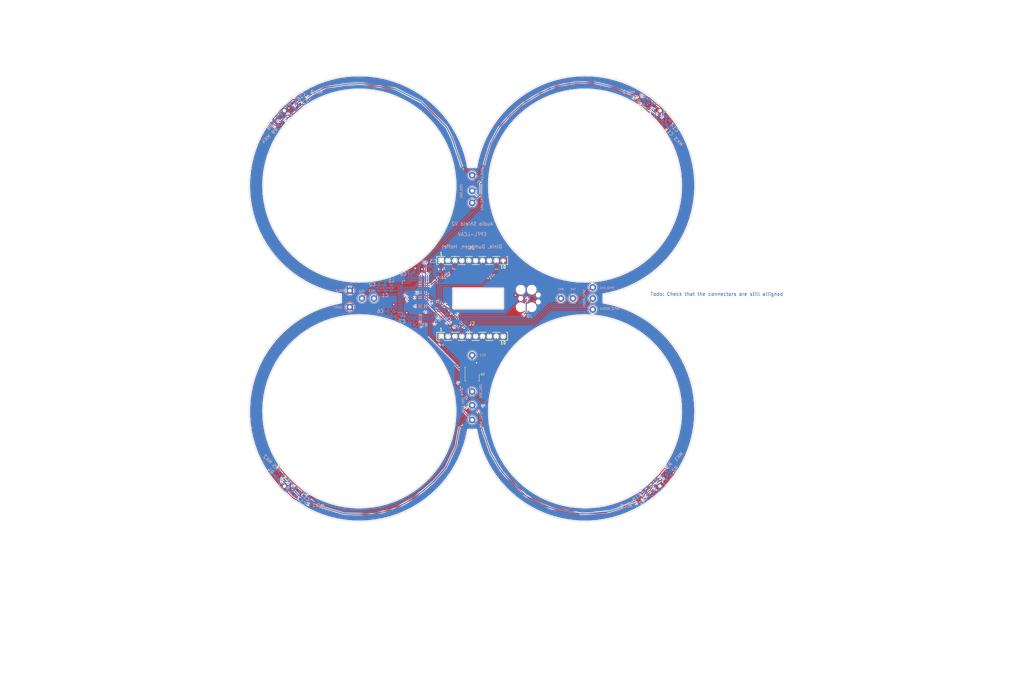
<source format=kicad_pcb>
(kicad_pcb (version 20171130) (host pcbnew "(5.1.6-0-10_14)")
  (title_block (title "Crazyflie 2.0 expansion template") (date "20 okt 2014") (rev A) (company "Bitcraze AB") (comment 1 "Licensed under CC-BY 4.0"))
  (layers (0 F.Cu signal) (31 B.Cu signal) (34 B.Paste user) (35 F.Paste user) (36 B.SilkS user) (37 F.SilkS user) (38 B.Mask user) (39 F.Mask user) (44 Edge.Cuts user))
  (net 0 "")
  (net 1 +3V0)
  (net 2 "Net-(C1-Pad1)")
  (net 3 /RX1)
  (net 4 "Net-(J1-Pad8)")
  (net 5 /TX1)
  (net 6 "Net-(J1-Pad7)")
  (net 7 "Net-(J1-Pad6)")
  (net 8 "Net-(J2-Pad2)")
  (net 9 "Net-(J2-Pad6)")
  (net 10 "Net-(J2-Pad10)")
  (net 11 "Net-(J2-Pad1)")
  (net 12 "Net-(J2-Pad7)")
  (net 13 "Net-(J2-Pad9)")
  (net 14 /SWDIO)
  (net 15 /nRESET)
  (net 16 /SWCLK)
  (net 17 "Net-(R1-Pad1)")
  (net 18 GND)
  (net 19 /SPI2_MISO)
  (net 20 /I2S1_SD)
  (net 21 /I2S1_CK)
  (net 22 /I2S1_WS)
  (net 23 /I2S3_SD)
  (net 24 /I2S3_CK)
  (net 25 /I2S3_WS)
  (net 26 "Net-(MK1-Pad6)")
  (net 27 "Net-(MK2-Pad6)")
  (net 28 "Net-(MK3-Pad6)")
  (net 29 "Net-(MK4-Pad6)")
  (net 30 /SPI2_NSS)
  (net 31 /SPI2_MOSI)
  (net 32 /SPI2_CK)
  (net 33 /PA2)
  (net 34 /PC3)
  (net 35 /EEPROM)
  (net 36 "Net-(C3-Pad1)")
  (net 37 "Net-(J1-Pad4)")
  (net 38 "Net-(J1-Pad5)")
  (module Resistor_SMD:R_0603_1608Metric (layer B.Cu) (at 83.444653 147.695753 135)
    (fp_text reference R5 (at 2.353114 0.189858 135) (layer B.SilkS) (effects (justify mirror)))
    (fp_text value 68)
    (pad 2 smd roundrect (at 0.7875 0 135) (size 0.875 0.95) (layers B.Cu B.Paste B.Mask) (net 23 /I2S3_SD))
    (pad 1 smd roundrect (at -0.7875 0 135) (size 0.875 0.95) (layers B.Cu B.Paste B.Mask) (net 27 "Net-(MK2-Pad6)"))
  )
  (module audio_shield:MIC_SPH0645LM4H-B (layer B.Cu) (at 84.5015 151.5026 135)
    (fp_text reference MK2 (at 8.980256 2.089501 135) (layer B.SilkS) (effects (justify mirror)))
    (fp_text value SPH0645LM4H-B)
    (fp_poly (pts (xy -0.01 0.51) (xy -0.01 0.81) (xy -0.056608 0.808926) (xy -0.098102 0.805661) (xy -0.139368 0.800228) (xy -0.180293 0.792643) (xy -0.220765 0.782926) (xy -0.260673 0.771105) (xy -0.299908 0.757211) (xy -0.338362 0.741283) (xy -0.37593 0.723364) (xy -0.412508 0.703504) (xy -0.447997 0.681756) (xy -0.482299 0.658181) (xy -0.51532 0.632843) (xy -0.546969 0.605812) (xy -0.577161 0.577161) (xy -0.605812 0.546969) (xy -0.632843 0.51532) (xy -0.658181 0.482299) (xy -0.681756 0.447997) (xy -0.703504 0.412508) (xy -0.723364 0.37593) (xy -0.741283 0.338362) (xy -0.757211 0.299908) (xy -0.771105 0.260673) (xy -0.782926 0.220765) (xy -0.792643 0.180293) (xy -0.800228 0.139368) (xy -0.805661 0.098102) (xy -0.808926 0.056608) (xy -0.81 0.02) (xy -0.808863 -0.023439) (xy -0.805453 -0.066759) (xy -0.799781 -0.109841) (xy -0.791863 -0.152567) (xy -0.781718 -0.19482) (xy -0.769377 -0.236484) (xy -0.754872 -0.277445) (xy -0.738243 -0.317591) (xy -0.719535 -0.356812) (xy -0.698801 -0.395) (xy -0.676097 -0.43205) (xy -0.651484 -0.467862) (xy -0.625031 -0.502336) (xy -0.59681 -0.535378) (xy -0.566899 -0.566899) (xy -0.535378 -0.59681) (xy -0.502336 -0.625031) (xy -0.467862 -0.651484) (xy -0.43205 -0.676097) (xy -0.395 -0.698801) (xy -0.356812 -0.719535) (xy -0.317591 -0.738243) (xy -0.277445 -0.754872) (xy -0.236484 -0.769377) (xy -0.19482 -0.781718) (xy -0.152567 -0.791863) (xy -0.109841 -0.799781) (xy -0.066759 -0.805453) (xy -0.023439 -0.808863) (xy 0.02 -0.81) (xy 0.03 -0.81) (xy 0.070822 -0.808931) (xy 0.111532 -0.805727) (xy 0.152019 -0.800397) (xy 0.192171 -0.792955) (xy 0.231879 -0.783422) (xy 0.271033 -0.771824) (xy 0.309527 -0.758193) (xy 0.347255 -0.742565) (xy 0.384113 -0.724985) (xy 0.42 -0.7055) (xy 0.454818 -0.684163) (xy 0.488472 -0.661033) (xy 0.52087 -0.636174) (xy 0.551922 -0.609653) (xy 0.581543 -0.581543) (xy 0.609653 -0.551922) (xy 0.636174 -0.52087) (xy 0.661033 -0.488472) (xy 0.684163 -0.454818) (xy 0.7055 -0.42) (xy 0.724985 -0.384113) (xy 0.742565 -0.347255) (xy 0.758193 -0.309527) (xy 0.771824 -0.271033) (xy 0.783422 -0.231879) (xy 0.792955 -0.192171) (xy 0.800397 -0.152019) (xy 0.805727 -0.111532) (xy 0.808931 -0.070822) (xy 0.81 -0.03) (xy 0.81 0) (xy 0.80889 0.042392) (xy 0.805563 0.084668) (xy 0.800028 0.126712) (xy 0.7923 0.168408) (xy 0.7824 0.209643) (xy 0.770356 0.250304) (xy 0.7562 0.290278) (xy 0.739972 0.329457) (xy 0.721715 0.367732) (xy 0.701481 0.405) (xy 0.679323 0.441158) (xy 0.655304 0.476106) (xy 0.629488 0.50975) (xy 0.601947 0.541996) (xy 0.572756 0.572756) (xy 0.541996 0.601947) (xy 0.50975 0.629488) (xy 0.476106 0.655304) (xy 0.441158 0.679323) (xy 0.405 0.701481) (xy 0.367732 0.721715) (xy 0.329457 0.739972) (xy 0.290278 0.7562) (xy 0.250304 0.770356) (xy 0.209643 0.7824) (xy 0.168408 0.7923) (xy 0.126712 0.800028) (xy 0.084668 0.805563) (xy 0.042392 0.80889) (xy 0 0.81) (xy 0 0.51) (xy 0.022625 0.509717) (xy 0.049016 0.508103) (xy 0.075286 0.50511) (xy 0.101363 0.500746) (xy 0.127177 0.495023) (xy 0.152655 0.487958) (xy 0.177729 0.479568) (xy 0.202329 0.469878) (xy 0.226388 0.458913) (xy 0.249841 0.446705) (xy 0.272622 0.433285) (xy 0.29467 0.418692) (xy 0.315924 0.402965) (xy 0.336326 0.386147) (xy 0.35582 0.368284) (xy 0.374352 0.349426) (xy 0.391871 0.329624) (xy 0.408331 0.308931) (xy 0.423684 0.287406) (xy 0.437891 0.265107) (xy 0.45091 0.242095) (xy 0.462708 0.218433) (xy 0.473251 0.194186) (xy 0.48251 0.16942) (xy 0.490461 0.144204) (xy 0.497081 0.118606) (xy 0.502352 0.092697) (xy 0.50626 0.066547) (xy 0.508795 0.040229) (xy 0.51 0.01) (xy 0.509287 -0.017215) (xy 0.507151 -0.044355) (xy 0.503598 -0.071346) (xy 0.498637 -0.098114) (xy 0.492281 -0.124586) (xy 0.484549 -0.150689) (xy 0.475462 -0.176351) (xy 0.465044 -0.201503) (xy 0.453323 -0.226075) (xy 0.440333 -0.25) (xy 0.426109 -0.273212) (xy 0.410689 -0.295648) (xy 0.394116 -0.317247) (xy 0.376435 -0.337948) (xy 0.357696 -0.357696) (xy 0.337948 -0.376435) (xy 0.317247 -0.394116) (xy 0.295648 -0.410689) (xy 0.273212 -0.426109) (xy 0.25 -0.440333) (xy 0.226075 -0.453323) (xy 0.201503 -0.465044) (xy 0.176351 -0.475462) (xy 0.150689 -0.484549) (xy 0.124586 -0.492281) (xy 0.098114 -0.498637) (xy 0.071346 -0.503598) (xy 0.044355 -0.507151) (xy 0.017215 -0.509287) (xy -0.01 -0.51) (xy -0.02 -0.51) (xy -0.045645 -0.509328) (xy -0.071219 -0.507316) (xy -0.096653 -0.503967) (xy -0.121877 -0.499292) (xy -0.146821 -0.493304) (xy -0.171418 -0.486018) (xy -0.1956 -0.477454) (xy -0.219301 -0.467637) (xy -0.242455 -0.456593) (xy -0.265 -0.444352) (xy -0.286873 -0.430949) (xy -0.308015 -0.416418) (xy -0.328367 -0.400802) (xy -0.347874 -0.384141) (xy -0.366482 -0.366482) (xy -0.384141 -0.347874) (xy -0.400802 -0.328367) (xy -0.416418 -0.308015) (xy -0.430949 -0.286873) (xy -0.444352 -0.265) (xy -0.456593 -0.242455) (xy -0.467637 -0.219301) (xy -0.477454 -0.1956) (xy -0.486018 -0.171418) (xy -0.493304 -0.146821) (xy -0.499292 -0.121877) (xy -0.503967 -0.096653) (xy -0.507316 -0.071219) (xy -0.509328 -0.045645) (xy -0.51 -0.02) (xy -0.51 0.01) (xy -0.509315 0.036168) (xy -0.507261 0.062264) (xy -0.503844 0.088217) (xy -0.499074 0.113956) (xy -0.492963 0.13941) (xy -0.485528 0.164508) (xy -0.47679 0.189184) (xy -0.466773 0.213368) (xy -0.455503 0.236995) (xy -0.443013 0.26) (xy -0.429335 0.28232) (xy -0.414508 0.303893) (xy -0.398573 0.32466) (xy -0.381572 0.344565) (xy -0.363553 0.363553) (xy -0.344565 0.381572) (xy -0.32466 0.398573) (xy -0.303893 0.414508) (xy -0.28232 0.429335) (xy -0.26 0.443013) (xy -0.236995 0.455503) (xy -0.213368 0.466773) (xy -0.189184 0.47679) (xy -0.164508 0.485528) (xy -0.13941 0.492963) (xy -0.113956 0.499074) (xy -0.088217 0.503844) (xy -0.062264 0.507261) (xy -0.036168 0.509315) (xy -0.01 0.51)) (layer B.Cu) (width 0.001))
    (pad None np_thru_hole circle (at 0 0 135) (size 0.5 0.5) (drill 0.5) (layers *.Cu *.Mask))
    (pad 3 smd rect (at 0.65 0.02 135) (size 0.1 0.1) (layers B.Cu) (net 18 GND))
    (pad 4 smd rect (at 0.9 1.252 135) (size 0.6 0.522) (layers B.Cu B.Paste B.Mask) (net 24 /I2S3_CK))
    (pad 5 smd rect (at 0.9 2.074 135) (size 0.6 0.522) (layers B.Cu B.Paste B.Mask) (net 1 +3V0))
    (pad 6 smd rect (at 0 2.074 135) (size 0.6 0.522) (layers B.Cu B.Paste B.Mask) (net 27 "Net-(MK2-Pad6)"))
    (pad 1 smd rect (at -0.9 2.074 135) (size 0.6 0.522) (layers B.Cu B.Paste B.Mask) (net 25 /I2S3_WS))
    (pad 2 smd rect (at -0.9 1.252 135) (size 0.6 0.522) (layers B.Cu B.Paste B.Mask) (net 18 GND))
  )
  (module Capacitor_SMD:C_0603_1608Metric (layer B.Cu) (at 195.808347 44.809447 315)
    (fp_text reference C14 (at 3.20341 0.562857 135) (layer B.SilkS) (effects (justify mirror)))
    (fp_text value 220p)
    (pad 2 smd roundrect (at 0.7875 0 315) (size 0.875 0.95) (layers B.Cu B.Paste B.Mask) (net 1 +3V0))
    (pad 1 smd roundrect (at -0.7875 0 315) (size 0.875 0.95) (layers B.Cu B.Paste B.Mask) (net 18 GND))
  )
  (module audio_shield:BF090-10-X-B1 (layer F.Cu) (at 139 108)
    (fp_text reference J2 (at -0.05 -3.7 180) (layer F.SilkS))
    (fp_text value CONN_10_RIGHT)
    (fp_text user 10 (at 9 1.9 180) (layer F.SilkS) (effects (font (size 0.8 0.8) (thickness 0.2))))
    (fp_text user 1 (at -9 -2 180) (layer F.SilkS) (effects (font (size 0.8 0.8) (thickness 0.2))))
    (pad 1 smd circle (at -9 0 180) (size 1.05 1.05) (layers F.Cu F.Mask) (net 11 "Net-(J2-Pad1)"))
    (pad 3 smd circle (at -5 0 180) (size 1.05 1.05) (layers F.Cu F.Mask) (net 32 /SPI2_CK))
    (pad 1 smd rect (at -9 1.6 180) (size 1 1.6) (layers F.Cu F.Paste F.Mask) (net 11 "Net-(J2-Pad1)"))
    (pad 4 smd circle (at -3 0 180) (size 1.05 1.05) (layers F.Cu F.Mask) (net 19 /SPI2_MISO))
    (pad 5 smd circle (at -1 0 180) (size 1.05 1.05) (layers F.Cu F.Mask) (net 31 /SPI2_MOSI))
    (pad 10 smd rect (at 9 -1.6 180) (size 1 1.6) (layers F.Cu F.Paste F.Mask) (net 10 "Net-(J2-Pad10)"))
    (pad 6 smd circle (at 1 0 180) (size 1.05 1.05) (layers F.Cu F.Mask) (net 9 "Net-(J2-Pad6)"))
    (pad 8 smd rect (at 5 -1.6 180) (size 1 1.6) (layers F.Cu F.Paste F.Mask) (net 35 /EEPROM))
    (pad 2 smd rect (at -7 -1.6 180) (size 1 1.6) (layers F.Cu F.Paste F.Mask) (net 8 "Net-(J2-Pad2)"))
    (pad 4 smd rect (at -3 -1.6 180) (size 1 1.6) (layers F.Cu F.Paste F.Mask) (net 19 /SPI2_MISO))
    (pad 2 smd circle (at -7 0 180) (size 1.05 1.05) (layers F.Cu F.Mask) (net 8 "Net-(J2-Pad2)"))
    (pad 9 thru_hole circle (at 7 0 180) (size 1.15 1.15) (drill 0.8) (layers *.Cu F.SilkS B.Mask) (net 13 "Net-(J2-Pad9)"))
    (pad 7 smd rect (at 3 1.6 180) (size 1 1.6) (layers F.Cu F.Paste F.Mask) (net 12 "Net-(J2-Pad7)"))
    (pad 2 thru_hole circle (at -7 0 180) (size 1.15 1.15) (drill 0.8) (layers *.Cu F.SilkS B.Mask) (net 8 "Net-(J2-Pad2)"))
    (pad 5 thru_hole circle (at -1 0 180) (size 1.15 1.15) (drill 0.8) (layers *.Cu F.SilkS B.Mask) (net 31 /SPI2_MOSI))
    (pad 3 smd rect (at -5 1.6 180) (size 1 1.6) (layers F.Cu F.Paste F.Mask) (net 32 /SPI2_CK))
    (pad 1 thru_hole rect (at -9 0 180) (size 1.15 1.15) (drill 0.8) (layers *.Cu F.SilkS B.Mask) (net 11 "Net-(J2-Pad1)"))
    (pad 3 thru_hole circle (at -5 0 180) (size 1.15 1.15) (drill 0.8) (layers *.Cu F.SilkS B.Mask) (net 32 /SPI2_CK))
    (pad 6 thru_hole circle (at 1 0 180) (size 1.15 1.15) (drill 0.8) (layers *.Cu F.SilkS B.Mask) (net 9 "Net-(J2-Pad6)"))
    (pad 6 smd rect (at 1 -1.6 180) (size 1 1.6) (layers F.Cu F.Paste F.Mask) (net 9 "Net-(J2-Pad6)"))
    (pad 10 thru_hole circle (at 9 0 180) (size 1.15 1.15) (drill 0.8) (layers *.Cu F.SilkS B.Mask) (net 10 "Net-(J2-Pad10)"))
    (pad 8 thru_hole circle (at 5 0 180) (size 1.15 1.15) (drill 0.8) (layers *.Cu F.SilkS B.Mask) (net 35 /EEPROM))
    (pad 7 thru_hole circle (at 3 0 180) (size 1.15 1.15) (drill 0.8) (layers *.Cu F.SilkS B.Mask) (net 12 "Net-(J2-Pad7)"))
    (pad 4 thru_hole circle (at -3 0 180) (size 1.15 1.15) (drill 0.8) (layers *.Cu F.SilkS B.Mask) (net 19 /SPI2_MISO))
    (pad 9 smd rect (at 7 1.6 180) (size 1 1.6) (layers F.Cu F.Paste F.Mask) (net 13 "Net-(J2-Pad9)"))
    (pad 5 smd rect (at -1 1.6 180) (size 1 1.6) (layers F.Cu F.Paste F.Mask) (net 31 /SPI2_MOSI))
    (pad 7 smd circle (at 3 0 180) (size 1.05 1.05) (layers F.Cu F.Mask) (net 12 "Net-(J2-Pad7)"))
    (pad 10 smd circle (at 9 0 180) (size 1.05 1.05) (layers F.Cu F.Mask) (net 10 "Net-(J2-Pad10)"))
    (pad 8 smd circle (at 5 0 180) (size 1.05 1.05) (layers F.Cu F.Mask) (net 35 /EEPROM))
    (pad 9 smd circle (at 7 0 180) (size 1.05 1.05) (layers F.Cu F.Mask) (net 13 "Net-(J2-Pad9)"))
  )
  (module Connector:Tag-Connect_TC2030-IDC-FP_2x03_P1.27mm_Vertical (layer B.Cu) (at 155.6385 97.0026)
    (fp_text reference J9 (at 0 5.1435 180) (layer B.SilkS) (effects (justify mirror)))
    (fp_text value SWD_TC2030)
    (pad "" np_thru_hole circle (at -2.54 -2.54) (size 2.3749 2.3749) (drill 2.3749) (layers *.Cu *.Mask))
    (pad "" np_thru_hole circle (at -2.54 2.54) (size 2.3749 2.3749) (drill 2.3749) (layers *.Cu *.Mask))
    (pad "" np_thru_hole circle (at 0.635 2.54) (size 2.3749 2.3749) (drill 2.3749) (layers *.Cu *.Mask))
    (pad "" np_thru_hole circle (at 0.635 -2.54) (size 2.3749 2.3749) (drill 2.3749) (layers *.Cu *.Mask))
    (pad "" np_thru_hole circle (at 2.54 1.016) (size 0.9906 0.9906) (drill 0.9906) (layers *.Cu *.Mask))
    (pad "" np_thru_hole circle (at 2.54 -1.016) (size 0.9906 0.9906) (drill 0.9906) (layers *.Cu *.Mask))
    (pad "" np_thru_hole circle (at -2.54 0) (size 0.9906 0.9906) (drill 0.9906) (layers *.Cu *.Mask))
    (pad 1 connect circle (at -1.27 -0.635) (size 0.7874 0.7874) (layers B.Cu B.Mask) (net 1 +3V0))
    (pad 2 connect circle (at -1.27 0.635) (size 0.7874 0.7874) (layers B.Cu B.Mask) (net 14 /SWDIO))
    (pad 3 connect circle (at 0 -0.635) (size 0.7874 0.7874) (layers B.Cu B.Mask) (net 15 /nRESET))
    (pad 4 connect circle (at 0 0.635) (size 0.7874 0.7874) (layers B.Cu B.Mask) (net 16 /SWCLK))
    (pad 5 connect circle (at 1.27 -0.635) (size 0.7874 0.7874) (layers B.Cu B.Mask) (net 18 GND))
    (pad 6 connect circle (at 1.27 0.635) (size 0.7874 0.7874) (layers B.Cu B.Mask))
  )
  (module Capacitor_SMD:C_0603_1608Metric (layer B.Cu) (at 117.64 102.2096 180)
    (fp_text reference C7 (at -1.0415 -1.4605) (layer B.SilkS) (effects (justify mirror)))
    (fp_text value 100n)
    (pad 2 smd roundrect (at 0.7875 0 180) (size 0.875 0.95) (layers B.Cu B.Paste B.Mask) (net 18 GND))
    (pad 1 smd roundrect (at -0.7875 0 180) (size 0.875 0.95) (layers B.Cu B.Paste B.Mask) (net 1 +3V0))
  )
  (module Resistor_SMD:R_0603_1608Metric (layer B.Cu) (at 194.808347 147.695753 45)
    (fp_text reference R3 (at 2.535548 -0.636043 45) (layer B.SilkS) (effects (justify mirror)))
    (fp_text value 68)
    (pad 2 smd roundrect (at 0.7875 0 45) (size 0.875 0.95) (layers B.Cu B.Paste B.Mask) (net 23 /I2S3_SD))
    (pad 1 smd roundrect (at -0.7875 0 45) (size 0.875 0.95) (layers B.Cu B.Paste B.Mask) (net 26 "Net-(MK1-Pad6)"))
  )
  (module Package_SO_J-Lead:TSOC-6_3.76x3.94mm_P1.27mm (layer F.Cu) (at 138.9888 118.9776 270)
    (fp_text reference U2 (at -0.004 -3.0607 180) (layer F.SilkS) (effects (font (size 0.6 0.6) (thickness 0.1))))
    (fp_text value DS28E05P)
    (pad 1 smd rect (at -1.525 -1.27 270) (size 1.33 0.53) (layers F.Cu F.Paste F.Mask) (net 18 GND))
    (pad 2 smd rect (at -1.525 0 270) (size 1.33 0.53) (layers F.Cu F.Paste F.Mask) (net 35 /EEPROM))
    (pad 3 smd rect (at -1.525 1.27 270) (size 1.33 0.53) (layers F.Cu F.Paste F.Mask))
    (pad 4 smd rect (at 1.525 1.27 270) (size 1.33 0.53) (layers F.Cu F.Paste F.Mask))
    (pad 5 smd rect (at 1.525 0 270) (size 1.33 0.53) (layers F.Cu F.Paste F.Mask))
    (pad 6 smd rect (at 1.525 -1.27 270) (size 1.33 0.53) (layers F.Cu F.Paste F.Mask))
  )
  (module audio_shield:TestPoint_Loop_D2.50mm_Drill1.0mm_LowProfile (layer B.Cu) (at 168.2515 97.0026)
    (fp_text reference TX1 (at 0.0235 -2.667) (layer B.SilkS) (effects (font (size 0.6 0.6) (thickness 0.1)) (justify mirror)))
    (fp_text value TestPoint)
    (pad 1 thru_hole circle (at 0 0) (size 2 2) (drill 1) (layers *.Cu *.Mask) (net 5 /TX1))
  )
  (module audio_shield:MIC_SPH0645LM4H-B (layer B.Cu) (at 193.504436 42.536061 315)
    (fp_text reference MK3 (at 10.121953 2.516929 135) (layer B.SilkS) (effects (justify mirror)))
    (fp_text value SPH0645LM4H-B)
    (fp_poly (pts (xy -0.01 0.51) (xy -0.01 0.81) (xy -0.056608 0.808926) (xy -0.098102 0.805661) (xy -0.139368 0.800228) (xy -0.180293 0.792643) (xy -0.220765 0.782926) (xy -0.260673 0.771105) (xy -0.299908 0.757211) (xy -0.338362 0.741283) (xy -0.37593 0.723364) (xy -0.412508 0.703504) (xy -0.447997 0.681756) (xy -0.482299 0.658181) (xy -0.51532 0.632843) (xy -0.546969 0.605812) (xy -0.577161 0.577161) (xy -0.605812 0.546969) (xy -0.632843 0.51532) (xy -0.658181 0.482299) (xy -0.681756 0.447997) (xy -0.703504 0.412508) (xy -0.723364 0.37593) (xy -0.741283 0.338362) (xy -0.757211 0.299908) (xy -0.771105 0.260673) (xy -0.782926 0.220765) (xy -0.792643 0.180293) (xy -0.800228 0.139368) (xy -0.805661 0.098102) (xy -0.808926 0.056608) (xy -0.81 0.02) (xy -0.808863 -0.023439) (xy -0.805453 -0.066759) (xy -0.799781 -0.109841) (xy -0.791863 -0.152567) (xy -0.781718 -0.19482) (xy -0.769377 -0.236484) (xy -0.754872 -0.277445) (xy -0.738243 -0.317591) (xy -0.719535 -0.356812) (xy -0.698801 -0.395) (xy -0.676097 -0.43205) (xy -0.651484 -0.467862) (xy -0.625031 -0.502336) (xy -0.59681 -0.535378) (xy -0.566899 -0.566899) (xy -0.535378 -0.59681) (xy -0.502336 -0.625031) (xy -0.467862 -0.651484) (xy -0.43205 -0.676097) (xy -0.395 -0.698801) (xy -0.356812 -0.719535) (xy -0.317591 -0.738243) (xy -0.277445 -0.754872) (xy -0.236484 -0.769377) (xy -0.19482 -0.781718) (xy -0.152567 -0.791863) (xy -0.109841 -0.799781) (xy -0.066759 -0.805453) (xy -0.023439 -0.808863) (xy 0.02 -0.81) (xy 0.03 -0.81) (xy 0.070822 -0.808931) (xy 0.111532 -0.805727) (xy 0.152019 -0.800397) (xy 0.192171 -0.792955) (xy 0.231879 -0.783422) (xy 0.271033 -0.771824) (xy 0.309527 -0.758193) (xy 0.347255 -0.742565) (xy 0.384113 -0.724985) (xy 0.42 -0.7055) (xy 0.454818 -0.684163) (xy 0.488472 -0.661033) (xy 0.52087 -0.636174) (xy 0.551922 -0.609653) (xy 0.581543 -0.581543) (xy 0.609653 -0.551922) (xy 0.636174 -0.52087) (xy 0.661033 -0.488472) (xy 0.684163 -0.454818) (xy 0.7055 -0.42) (xy 0.724985 -0.384113) (xy 0.742565 -0.347255) (xy 0.758193 -0.309527) (xy 0.771824 -0.271033) (xy 0.783422 -0.231879) (xy 0.792955 -0.192171) (xy 0.800397 -0.152019) (xy 0.805727 -0.111532) (xy 0.808931 -0.070822) (xy 0.81 -0.03) (xy 0.81 0) (xy 0.80889 0.042392) (xy 0.805563 0.084668) (xy 0.800028 0.126712) (xy 0.7923 0.168408) (xy 0.7824 0.209643) (xy 0.770356 0.250304) (xy 0.7562 0.290278) (xy 0.739972 0.329457) (xy 0.721715 0.367732) (xy 0.701481 0.405) (xy 0.679323 0.441158) (xy 0.655304 0.476106) (xy 0.629488 0.50975) (xy 0.601947 0.541996) (xy 0.572756 0.572756) (xy 0.541996 0.601947) (xy 0.50975 0.629488) (xy 0.476106 0.655304) (xy 0.441158 0.679323) (xy 0.405 0.701481) (xy 0.367732 0.721715) (xy 0.329457 0.739972) (xy 0.290278 0.7562) (xy 0.250304 0.770356) (xy 0.209643 0.7824) (xy 0.168408 0.7923) (xy 0.126712 0.800028) (xy 0.084668 0.805563) (xy 0.042392 0.80889) (xy 0 0.81) (xy 0 0.51) (xy 0.022625 0.509717) (xy 0.049016 0.508103) (xy 0.075286 0.50511) (xy 0.101363 0.500746) (xy 0.127177 0.495023) (xy 0.152655 0.487958) (xy 0.177729 0.479568) (xy 0.202329 0.469878) (xy 0.226388 0.458913) (xy 0.249841 0.446705) (xy 0.272622 0.433285) (xy 0.29467 0.418692) (xy 0.315924 0.402965) (xy 0.336326 0.386147) (xy 0.35582 0.368284) (xy 0.374352 0.349426) (xy 0.391871 0.329624) (xy 0.408331 0.308931) (xy 0.423684 0.287406) (xy 0.437891 0.265107) (xy 0.45091 0.242095) (xy 0.462708 0.218433) (xy 0.473251 0.194186) (xy 0.48251 0.16942) (xy 0.490461 0.144204) (xy 0.497081 0.118606) (xy 0.502352 0.092697) (xy 0.50626 0.066547) (xy 0.508795 0.040229) (xy 0.51 0.01) (xy 0.509287 -0.017215) (xy 0.507151 -0.044355) (xy 0.503598 -0.071346) (xy 0.498637 -0.098114) (xy 0.492281 -0.124586) (xy 0.484549 -0.150689) (xy 0.475462 -0.176351) (xy 0.465044 -0.201503) (xy 0.453323 -0.226075) (xy 0.440333 -0.25) (xy 0.426109 -0.273212) (xy 0.410689 -0.295648) (xy 0.394116 -0.317247) (xy 0.376435 -0.337948) (xy 0.357696 -0.357696) (xy 0.337948 -0.376435) (xy 0.317247 -0.394116) (xy 0.295648 -0.410689) (xy 0.273212 -0.426109) (xy 0.25 -0.440333) (xy 0.226075 -0.453323) (xy 0.201503 -0.465044) (xy 0.176351 -0.475462) (xy 0.150689 -0.484549) (xy 0.124586 -0.492281) (xy 0.098114 -0.498637) (xy 0.071346 -0.503598) (xy 0.044355 -0.507151) (xy 0.017215 -0.509287) (xy -0.01 -0.51) (xy -0.02 -0.51) (xy -0.045645 -0.509328) (xy -0.071219 -0.507316) (xy -0.096653 -0.503967) (xy -0.121877 -0.499292) (xy -0.146821 -0.493304) (xy -0.171418 -0.486018) (xy -0.1956 -0.477454) (xy -0.219301 -0.467637) (xy -0.242455 -0.456593) (xy -0.265 -0.444352) (xy -0.286873 -0.430949) (xy -0.308015 -0.416418) (xy -0.328367 -0.400802) (xy -0.347874 -0.384141) (xy -0.366482 -0.366482) (xy -0.384141 -0.347874) (xy -0.400802 -0.328367) (xy -0.416418 -0.308015) (xy -0.430949 -0.286873) (xy -0.444352 -0.265) (xy -0.456593 -0.242455) (xy -0.467637 -0.219301) (xy -0.477454 -0.1956) (xy -0.486018 -0.171418) (xy -0.493304 -0.146821) (xy -0.499292 -0.121877) (xy -0.503967 -0.096653) (xy -0.507316 -0.071219) (xy -0.509328 -0.045645) (xy -0.51 -0.02) (xy -0.51 0.01) (xy -0.509315 0.036168) (xy -0.507261 0.062264) (xy -0.503844 0.088217) (xy -0.499074 0.113956) (xy -0.492963 0.13941) (xy -0.485528 0.164508) (xy -0.47679 0.189184) (xy -0.466773 0.213368) (xy -0.455503 0.236995) (xy -0.443013 0.26) (xy -0.429335 0.28232) (xy -0.414508 0.303893) (xy -0.398573 0.32466) (xy -0.381572 0.344565) (xy -0.363553 0.363553) (xy -0.344565 0.381572) (xy -0.32466 0.398573) (xy -0.303893 0.414508) (xy -0.28232 0.429335) (xy -0.26 0.443013) (xy -0.236995 0.455503) (xy -0.213368 0.466773) (xy -0.189184 0.47679) (xy -0.164508 0.485528) (xy -0.13941 0.492963) (xy -0.113956 0.499074) (xy -0.088217 0.503844) (xy -0.062264 0.507261) (xy -0.036168 0.509315) (xy -0.01 0.51)) (layer B.Cu) (width 0.001))
    (pad None np_thru_hole circle (at 0 0 315) (size 0.5 0.5) (drill 0.5) (layers *.Cu *.Mask))
    (pad 3 smd rect (at 0.65 0.02 315) (size 0.1 0.1) (layers B.Cu) (net 18 GND))
    (pad 4 smd rect (at 0.9 1.252 315) (size 0.6 0.522) (layers B.Cu B.Paste B.Mask) (net 21 /I2S1_CK))
    (pad 5 smd rect (at 0.9 2.074 315) (size 0.6 0.522) (layers B.Cu B.Paste B.Mask) (net 1 +3V0))
    (pad 6 smd rect (at 0 2.074 315) (size 0.6 0.522) (layers B.Cu B.Paste B.Mask) (net 28 "Net-(MK3-Pad6)"))
    (pad 1 smd rect (at -0.9 2.074 315) (size 0.6 0.522) (layers B.Cu B.Paste B.Mask) (net 22 /I2S1_WS))
    (pad 2 smd rect (at -0.9 1.252 315) (size 0.6 0.522) (layers B.Cu B.Paste B.Mask) (net 1 +3V0))
  )
  (module audio_shield:TestPoint_Loop_D2.50mm_Drill1.0mm_LowProfile (layer B.Cu) (at 174.0015 100.2026)
    (fp_text reference SPI2_MOSI1 (at 4.878 -0.229 -180) (layer B.SilkS) (effects (font (size 0.66 0.66) (thickness 0.1)) (justify mirror)))
    (fp_text value TestPoint)
    (pad 1 thru_hole circle (at 0 0) (size 2 2) (drill 1) (layers *.Cu *.Mask) (net 31 /SPI2_MOSI))
  )
  (module audio_shield:TestPoint_Loop_D2.50mm_Drill1.0mm_LowProfile (layer B.Cu) (at 174.0015 97.0026)
    (fp_text reference SPI2_MISO1 (at -2.488 0.0635 -90) (layer B.SilkS) (effects (font (size 0.6 0.6) (thickness 0.1)) (justify mirror)))
    (fp_text value TestPoint)
    (pad 1 thru_hole circle (at 0 0) (size 2 2) (drill 1) (layers *.Cu *.Mask) (net 19 /SPI2_MISO))
  )
  (module audio_shield:TestPoint_Loop_D2.50mm_Drill1.0mm_LowProfile (layer B.Cu) (at 174.0015 93.8026)
    (fp_text reference SPI2_CK1 (at 4.116 0.1655) (layer B.SilkS) (effects (font (size 0.6 0.6) (thickness 0.1)) (justify mirror)))
    (fp_text value TestPoint)
    (pad 1 thru_hole circle (at 0 0) (size 2 2) (drill 1) (layers *.Cu *.Mask) (net 32 /SPI2_CK))
  )
  (module audio_shield:TestPoint_Loop_D2.50mm_Drill1.0mm_LowProfile (layer B.Cu) (at 164.7515 97.0026)
    (fp_text reference RX1 (at -0.0325 -2.667) (layer B.SilkS) (effects (font (size 0.6 0.6) (thickness 0.1)) (justify mirror)))
    (fp_text value TestPoint)
    (pad 1 thru_hole circle (at 0 0) (size 2 2) (drill 1) (layers *.Cu *.Mask) (net 3 /RX1))
  )
  (module audio_shield:TestPoint_Loop_D2.50mm_Drill1.0mm_LowProfile (layer B.Cu) (at 110.5015 97.0026)
    (fp_text reference PC3 (at -0.6465 -2.159) (layer B.SilkS) (effects (font (size 0.6 0.6) (thickness 0.1)) (justify mirror)))
    (fp_text value TestPoint)
    (pad 1 thru_hole circle (at 0 0) (size 2 2) (drill 1) (layers *.Cu *.Mask) (net 34 /PC3))
  )
  (module audio_shield:TestPoint_Loop_D2.50mm_Drill1.0mm_LowProfile (layer B.Cu) (at 107.0015 97.0026)
    (fp_text reference PA2 (at -0.0675 -2.0955) (layer B.SilkS) (effects (font (size 0.6 0.6) (thickness 0.1)) (justify mirror)))
    (fp_text value TestPoint)
    (pad 1 thru_hole circle (at 0 0) (size 2 2) (drill 1) (layers *.Cu *.Mask) (net 33 /PA2))
  )
  (module audio_shield:TestPoint_Loop_D2.50mm_Drill1.0mm_LowProfile (layer B.Cu) (at 139.0015 69.2526)
    (fp_text reference I2S3_WS1 (at 2.8575 0.063 -90) (layer B.SilkS) (effects (font (size 0.6 0.6) (thickness 0.1)) (justify mirror)))
    (fp_text value TestPoint)
    (pad 1 thru_hole circle (at 0 0) (size 2 2) (drill 1) (layers *.Cu *.Mask) (net 22 /I2S1_WS))
  )
  (module audio_shield:TestPoint_Loop_D2.50mm_Drill1.0mm_LowProfile (layer B.Cu) (at 139.0015 65.7526)
    (fp_text reference I2S3_SD1 (at -3.175 0.0555 -90) (layer B.SilkS) (effects (font (size 0.6 0.6) (thickness 0.1)) (justify mirror)))
    (fp_text value TestPoint)
    (pad 1 thru_hole circle (at 0 0) (size 2 2) (drill 1) (layers *.Cu *.Mask) (net 20 /I2S1_SD))
  )
  (module audio_shield:TestPoint_Loop_D2.50mm_Drill1.0mm_LowProfile (layer B.Cu) (at 139.0015 61.2526)
    (fp_text reference I2S3_CK1 (at 2.921 0.064 -90) (layer B.SilkS) (effects (font (size 0.6 0.6) (thickness 0.1)) (justify mirror)))
    (fp_text value TestPoint)
    (pad 1 thru_hole circle (at 0 0) (size 2 2) (drill 1) (layers *.Cu *.Mask) (net 21 /I2S1_CK))
  )
  (module audio_shield:TestPoint_Loop_D2.50mm_Drill1.0mm_LowProfile (layer B.Cu) (at 139.0015 132.2526)
    (fp_text reference I2S1_WS1 (at 2.6035 0.071 -90) (layer B.SilkS) (effects (font (size 0.66 0.66) (thickness 0.1)) (justify mirror)))
    (fp_text value TestPoint)
    (pad 1 thru_hole circle (at 0 0) (size 2 2) (drill 1) (layers *.Cu *.Mask) (net 25 /I2S3_WS))
  )
  (module audio_shield:TestPoint_Loop_D2.50mm_Drill1.0mm_LowProfile (layer B.Cu) (at 139.0015 124.0026)
    (fp_text reference I2S1_SD1 (at 2.4765 -0.051 -90) (layer B.SilkS) (effects (font (size 0.6 0.6) (thickness 0.1)) (justify mirror)))
    (fp_text value TestPoint)
    (pad 1 thru_hole circle (at 0 0) (size 2 2) (drill 1) (layers *.Cu *.Mask) (net 23 /I2S3_SD))
  )
  (module audio_shield:TestPoint_Loop_D2.50mm_Drill1.0mm_LowProfile (layer B.Cu) (at 139.0015 128.0026)
    (fp_text reference I2S1_CK1 (at -2.667 -0.115 -90) (layer B.SilkS) (effects (font (size 0.6 0.6) (thickness 0.1)) (justify mirror)))
    (fp_text value TestPoint)
    (pad 1 thru_hole circle (at 0 0) (size 2 2) (drill 1) (layers *.Cu *.Mask) (net 24 /I2S3_CK))
  )
  (module audio_shield:TestPoint_Loop_D2.50mm_Drill1.0mm_LowProfile (layer B.Cu) (at 103.5015 99.5026)
    (fp_text reference GND2 (at -3.4255 0.04) (layer B.SilkS) (effects (font (size 0.6 0.6) (thickness 0.1)) (justify mirror)))
    (fp_text value TestPoint)
    (pad 1 thru_hole circle (at 0 0) (size 2 2) (drill 1) (layers *.Cu *.Mask) (net 18 GND))
  )
  (module audio_shield:TestPoint_Loop_D2.50mm_Drill1.0mm_LowProfile (layer B.Cu) (at 103.5015 94.7526)
    (fp_text reference 3V0_2 (at -2.7905 -0.036) (layer B.SilkS) (effects (font (size 0.6 0.6) (thickness 0.1)) (justify mirror)))
    (fp_text value TestPoint)
    (pad 1 thru_hole circle (at 0 0) (size 2 2) (drill 1) (layers *.Cu *.Mask) (net 1 +3V0))
  )
  (module Package_QFP:LQFP-64_10x10mm_P0.5mm (layer B.Cu) (at 123.801 97.0026)
    (fp_text reference U1 (at 5.231 6.096) (layer B.SilkS) (effects (justify mirror)))
    (fp_text value STM32F446RETx)
    (pad 64 smd roundrect (at -3.75 5.675) (size 0.3 1.55) (layers B.Cu B.Paste B.Mask) (net 1 +3V0))
    (pad 63 smd roundrect (at -3.25 5.675) (size 0.3 1.55) (layers B.Cu B.Paste B.Mask) (net 18 GND))
    (pad 62 smd roundrect (at -2.75 5.675) (size 0.3 1.55) (layers B.Cu B.Paste B.Mask))
    (pad 61 smd roundrect (at -2.25 5.675) (size 0.3 1.55) (layers B.Cu B.Paste B.Mask))
    (pad 60 smd roundrect (at -1.75 5.675) (size 0.3 1.55) (layers B.Cu B.Paste B.Mask) (net 17 "Net-(R1-Pad1)"))
    (pad 59 smd roundrect (at -1.25 5.675) (size 0.3 1.55) (layers B.Cu B.Paste B.Mask))
    (pad 58 smd roundrect (at -0.75 5.675) (size 0.3 1.55) (layers B.Cu B.Paste B.Mask))
    (pad 57 smd roundrect (at -0.25 5.675) (size 0.3 1.55) (layers B.Cu B.Paste B.Mask))
    (pad 56 smd roundrect (at 0.25 5.675) (size 0.3 1.55) (layers B.Cu B.Paste B.Mask))
    (pad 55 smd roundrect (at 0.75 5.675) (size 0.3 1.55) (layers B.Cu B.Paste B.Mask) (net 21 /I2S1_CK))
    (pad 54 smd roundrect (at 1.25 5.675) (size 0.3 1.55) (layers B.Cu B.Paste B.Mask))
    (pad 53 smd roundrect (at 1.75 5.675) (size 0.3 1.55) (layers B.Cu B.Paste B.Mask))
    (pad 52 smd roundrect (at 2.25 5.675) (size 0.3 1.55) (layers B.Cu B.Paste B.Mask))
    (pad 51 smd roundrect (at 2.75 5.675) (size 0.3 1.55) (layers B.Cu B.Paste B.Mask) (net 24 /I2S3_CK))
    (pad 50 smd roundrect (at 3.25 5.675) (size 0.3 1.55) (layers B.Cu B.Paste B.Mask) (net 25 /I2S3_WS))
    (pad 49 smd roundrect (at 3.75 5.675) (size 0.3 1.55) (layers B.Cu B.Paste B.Mask) (net 16 /SWCLK))
    (pad 48 smd roundrect (at 5.675 3.75) (size 1.55 0.3) (layers B.Cu B.Paste B.Mask) (net 1 +3V0))
    (pad 47 smd roundrect (at 5.675 3.25) (size 1.55 0.3) (layers B.Cu B.Paste B.Mask) (net 18 GND))
    (pad 46 smd roundrect (at 5.675 2.75) (size 1.55 0.3) (layers B.Cu B.Paste B.Mask) (net 14 /SWDIO))
    (pad 45 smd roundrect (at 5.675 2.25) (size 1.55 0.3) (layers B.Cu B.Paste B.Mask))
    (pad 44 smd roundrect (at 5.675 1.75) (size 1.55 0.3) (layers B.Cu B.Paste B.Mask))
    (pad 43 smd roundrect (at 5.675 1.25) (size 1.55 0.3) (layers B.Cu B.Paste B.Mask))
    (pad 42 smd roundrect (at 5.675 0.75) (size 1.55 0.3) (layers B.Cu B.Paste B.Mask))
    (pad 41 smd roundrect (at 5.675 0.25) (size 1.55 0.3) (layers B.Cu B.Paste B.Mask))
    (pad 40 smd roundrect (at 5.675 -0.25) (size 1.55 0.3) (layers B.Cu B.Paste B.Mask))
    (pad 39 smd roundrect (at 5.675 -0.75) (size 1.55 0.3) (layers B.Cu B.Paste B.Mask))
    (pad 38 smd roundrect (at 5.675 -1.25) (size 1.55 0.3) (layers B.Cu B.Paste B.Mask))
    (pad 37 smd roundrect (at 5.675 -1.75) (size 1.55 0.3) (layers B.Cu B.Paste B.Mask))
    (pad 36 smd roundrect (at 5.675 -2.25) (size 1.55 0.3) (layers B.Cu B.Paste B.Mask))
    (pad 35 smd roundrect (at 5.675 -2.75) (size 1.55 0.3) (layers B.Cu B.Paste B.Mask))
    (pad 34 smd roundrect (at 5.675 -3.25) (size 1.55 0.3) (layers B.Cu B.Paste B.Mask))
    (pad 33 smd roundrect (at 5.675 -3.75) (size 1.55 0.3) (layers B.Cu B.Paste B.Mask) (net 30 /SPI2_NSS))
    (pad 32 smd roundrect (at 3.75 -5.675) (size 0.3 1.55) (layers B.Cu B.Paste B.Mask) (net 1 +3V0))
    (pad 31 smd roundrect (at 3.25 -5.675) (size 0.3 1.55) (layers B.Cu B.Paste B.Mask) (net 18 GND))
    (pad 30 smd roundrect (at 2.75 -5.675) (size 0.3 1.55) (layers B.Cu B.Paste B.Mask) (net 36 "Net-(C3-Pad1)"))
    (pad 29 smd roundrect (at 2.25 -5.675) (size 0.3 1.55) (layers B.Cu B.Paste B.Mask) (net 32 /SPI2_CK))
    (pad 28 smd roundrect (at 1.75 -5.675) (size 0.3 1.55) (layers B.Cu B.Paste B.Mask))
    (pad 27 smd roundrect (at 1.25 -5.675) (size 0.3 1.55) (layers B.Cu B.Paste B.Mask))
    (pad 26 smd roundrect (at 0.75 -5.675) (size 0.3 1.55) (layers B.Cu B.Paste B.Mask) (net 23 /I2S3_SD))
    (pad 25 smd roundrect (at 0.25 -5.675) (size 0.3 1.55) (layers B.Cu B.Paste B.Mask))
    (pad 24 smd roundrect (at -0.25 -5.675) (size 0.3 1.55) (layers B.Cu B.Paste B.Mask))
    (pad 23 smd roundrect (at -0.75 -5.675) (size 0.3 1.55) (layers B.Cu B.Paste B.Mask) (net 20 /I2S1_SD))
    (pad 22 smd roundrect (at -1.25 -5.675) (size 0.3 1.55) (layers B.Cu B.Paste B.Mask))
    (pad 21 smd roundrect (at -1.75 -5.675) (size 0.3 1.55) (layers B.Cu B.Paste B.Mask))
    (pad 20 smd roundrect (at -2.25 -5.675) (size 0.3 1.55) (layers B.Cu B.Paste B.Mask) (net 22 /I2S1_WS))
    (pad 19 smd roundrect (at -2.75 -5.675) (size 0.3 1.55) (layers B.Cu B.Paste B.Mask) (net 1 +3V0))
    (pad 18 smd roundrect (at -3.25 -5.675) (size 0.3 1.55) (layers B.Cu B.Paste B.Mask) (net 18 GND))
    (pad 17 smd roundrect (at -3.75 -5.675) (size 0.3 1.55) (layers B.Cu B.Paste B.Mask))
    (pad 16 smd roundrect (at -5.675 -3.75) (size 1.55 0.3) (layers B.Cu B.Paste B.Mask) (net 33 /PA2))
    (pad 15 smd roundrect (at -5.675 -3.25) (size 1.55 0.3) (layers B.Cu B.Paste B.Mask) (net 5 /TX1))
    (pad 14 smd roundrect (at -5.675 -2.75) (size 1.55 0.3) (layers B.Cu B.Paste B.Mask) (net 3 /RX1))
    (pad 13 smd roundrect (at -5.675 -2.25) (size 1.55 0.3) (layers B.Cu B.Paste B.Mask) (net 2 "Net-(C1-Pad1)"))
    (pad 12 smd roundrect (at -5.675 -1.75) (size 1.55 0.3) (layers B.Cu B.Paste B.Mask) (net 18 GND))
    (pad 11 smd roundrect (at -5.675 -1.25) (size 1.55 0.3) (layers B.Cu B.Paste B.Mask) (net 34 /PC3))
    (pad 10 smd roundrect (at -5.675 -0.75) (size 1.55 0.3) (layers B.Cu B.Paste B.Mask) (net 19 /SPI2_MISO))
    (pad 9 smd roundrect (at -5.675 -0.25) (size 1.55 0.3) (layers B.Cu B.Paste B.Mask) (net 31 /SPI2_MOSI))
    (pad 8 smd roundrect (at -5.675 0.25) (size 1.55 0.3) (layers B.Cu B.Paste B.Mask))
    (pad 7 smd roundrect (at -5.675 0.75) (size 1.55 0.3) (layers B.Cu B.Paste B.Mask) (net 15 /nRESET))
    (pad 6 smd roundrect (at -5.675 1.25) (size 1.55 0.3) (layers B.Cu B.Paste B.Mask))
    (pad 5 smd roundrect (at -5.675 1.75) (size 1.55 0.3) (layers B.Cu B.Paste B.Mask))
    (pad 4 smd roundrect (at -5.675 2.25) (size 1.55 0.3) (layers B.Cu B.Paste B.Mask))
    (pad 3 smd roundrect (at -5.675 2.75) (size 1.55 0.3) (layers B.Cu B.Paste B.Mask))
    (pad 2 smd roundrect (at -5.675 3.25) (size 1.55 0.3) (layers B.Cu B.Paste B.Mask))
    (pad 1 smd roundrect (at -5.675 3.75) (size 1.55 0.3) (layers B.Cu B.Paste B.Mask) (net 1 +3V0))
  )
  (module Resistor_SMD:R_0603_1608Metric (layer B.Cu) (at 83.308347 46.195753 225)
    (fp_text reference R9 (at 2.687006 -0.424264 45) (layer B.SilkS) (effects (justify mirror)))
    (fp_text value 68)
    (pad 2 smd roundrect (at 0.7875 0 225) (size 0.875 0.95) (layers B.Cu B.Paste B.Mask) (net 20 /I2S1_SD))
    (pad 1 smd roundrect (at -0.7875 0 225) (size 0.875 0.95) (layers B.Cu B.Paste B.Mask) (net 29 "Net-(MK4-Pad6)"))
  )
  (module Resistor_SMD:R_0603_1608Metric (layer B.Cu) (at 82.058347 44.945753 45)
    (fp_text reference R8 (at -2.831039 0.383252 45) (layer B.SilkS) (effects (justify mirror)))
    (fp_text value 10k)
    (pad 2 smd roundrect (at 0.7875 0 45) (size 0.875 0.95) (layers B.Cu B.Paste B.Mask) (net 18 GND))
    (pad 1 smd roundrect (at -0.7875 0 45) (size 0.875 0.95) (layers B.Cu B.Paste B.Mask) (net 18 GND))
  )
  (module Resistor_SMD:R_0603_1608Metric (layer B.Cu) (at 189.444653 41.195753 135)
    (fp_text reference R7 (at 3.03229 -0.59397 135) (layer B.SilkS) (effects (justify mirror)))
    (fp_text value 68)
    (pad 2 smd roundrect (at 0.7875 0 135) (size 0.875 0.95) (layers B.Cu B.Paste B.Mask) (net 20 /I2S1_SD))
    (pad 1 smd roundrect (at -0.7875 0 135) (size 0.875 0.95) (layers B.Cu B.Paste B.Mask) (net 28 "Net-(MK3-Pad6)"))
  )
  (module Resistor_SMD:R_0603_1608Metric (layer B.Cu) (at 190.694653 39.945753 315)
    (fp_text reference R6 (at -2.897586 0.341179 135) (layer B.SilkS) (effects (justify mirror)))
    (fp_text value 10k)
    (pad 2 smd roundrect (at 0.7875 0 315) (size 0.875 0.95) (layers B.Cu B.Paste B.Mask) (net 18 GND))
    (pad 1 smd roundrect (at -0.7875 0 315) (size 0.875 0.95) (layers B.Cu B.Paste B.Mask) (net 1 +3V0))
  )
  (module Resistor_SMD:R_0603_1608Metric (layer B.Cu) (at 82.194653 148.945753 315)
    (fp_text reference R4 (at -2.487818 -0.116673 135) (layer B.SilkS) (effects (justify mirror)))
    (fp_text value 10k)
    (pad 2 smd roundrect (at 0.7875 0 315) (size 0.875 0.95) (layers B.Cu B.Paste B.Mask) (net 18 GND))
    (pad 1 smd roundrect (at -0.7875 0 315) (size 0.875 0.95) (layers B.Cu B.Paste B.Mask) (net 18 GND))
  )
  (module Resistor_SMD:R_0603_1608Metric (layer B.Cu) (at 196.044653 148.959447 225)
    (fp_text reference R2 (at -3.048828 0.383252 45) (layer B.SilkS) (effects (justify mirror)))
    (fp_text value 10k)
    (pad 2 smd roundrect (at 0.7875 0 225) (size 0.875 0.95) (layers B.Cu B.Paste B.Mask) (net 18 GND))
    (pad 1 smd roundrect (at -0.7875 0 225) (size 0.875 0.95) (layers B.Cu B.Paste B.Mask) (net 1 +3V0))
  )
  (module audio_shield:MIC_SPH0645LM4H-B (layer B.Cu) (at 84.5015 42.5026 45)
    (fp_text reference MK4 (at -9.519071 2.089501 45) (layer B.SilkS) (effects (justify mirror)))
    (fp_text value SPH0645LM4H-B)
    (fp_poly (pts (xy -0.01 0.51) (xy -0.01 0.81) (xy -0.056608 0.808926) (xy -0.098102 0.805661) (xy -0.139368 0.800228) (xy -0.180293 0.792643) (xy -0.220765 0.782926) (xy -0.260673 0.771105) (xy -0.299908 0.757211) (xy -0.338362 0.741283) (xy -0.37593 0.723364) (xy -0.412508 0.703504) (xy -0.447997 0.681756) (xy -0.482299 0.658181) (xy -0.51532 0.632843) (xy -0.546969 0.605812) (xy -0.577161 0.577161) (xy -0.605812 0.546969) (xy -0.632843 0.51532) (xy -0.658181 0.482299) (xy -0.681756 0.447997) (xy -0.703504 0.412508) (xy -0.723364 0.37593) (xy -0.741283 0.338362) (xy -0.757211 0.299908) (xy -0.771105 0.260673) (xy -0.782926 0.220765) (xy -0.792643 0.180293) (xy -0.800228 0.139368) (xy -0.805661 0.098102) (xy -0.808926 0.056608) (xy -0.81 0.02) (xy -0.808863 -0.023439) (xy -0.805453 -0.066759) (xy -0.799781 -0.109841) (xy -0.791863 -0.152567) (xy -0.781718 -0.19482) (xy -0.769377 -0.236484) (xy -0.754872 -0.277445) (xy -0.738243 -0.317591) (xy -0.719535 -0.356812) (xy -0.698801 -0.395) (xy -0.676097 -0.43205) (xy -0.651484 -0.467862) (xy -0.625031 -0.502336) (xy -0.59681 -0.535378) (xy -0.566899 -0.566899) (xy -0.535378 -0.59681) (xy -0.502336 -0.625031) (xy -0.467862 -0.651484) (xy -0.43205 -0.676097) (xy -0.395 -0.698801) (xy -0.356812 -0.719535) (xy -0.317591 -0.738243) (xy -0.277445 -0.754872) (xy -0.236484 -0.769377) (xy -0.19482 -0.781718) (xy -0.152567 -0.791863) (xy -0.109841 -0.799781) (xy -0.066759 -0.805453) (xy -0.023439 -0.808863) (xy 0.02 -0.81) (xy 0.03 -0.81) (xy 0.070822 -0.808931) (xy 0.111532 -0.805727) (xy 0.152019 -0.800397) (xy 0.192171 -0.792955) (xy 0.231879 -0.783422) (xy 0.271033 -0.771824) (xy 0.309527 -0.758193) (xy 0.347255 -0.742565) (xy 0.384113 -0.724985) (xy 0.42 -0.7055) (xy 0.454818 -0.684163) (xy 0.488472 -0.661033) (xy 0.52087 -0.636174) (xy 0.551922 -0.609653) (xy 0.581543 -0.581543) (xy 0.609653 -0.551922) (xy 0.636174 -0.52087) (xy 0.661033 -0.488472) (xy 0.684163 -0.454818) (xy 0.7055 -0.42) (xy 0.724985 -0.384113) (xy 0.742565 -0.347255) (xy 0.758193 -0.309527) (xy 0.771824 -0.271033) (xy 0.783422 -0.231879) (xy 0.792955 -0.192171) (xy 0.800397 -0.152019) (xy 0.805727 -0.111532) (xy 0.808931 -0.070822) (xy 0.81 -0.03) (xy 0.81 0) (xy 0.80889 0.042392) (xy 0.805563 0.084668) (xy 0.800028 0.126712) (xy 0.7923 0.168408) (xy 0.7824 0.209643) (xy 0.770356 0.250304) (xy 0.7562 0.290278) (xy 0.739972 0.329457) (xy 0.721715 0.367732) (xy 0.701481 0.405) (xy 0.679323 0.441158) (xy 0.655304 0.476106) (xy 0.629488 0.50975) (xy 0.601947 0.541996) (xy 0.572756 0.572756) (xy 0.541996 0.601947) (xy 0.50975 0.629488) (xy 0.476106 0.655304) (xy 0.441158 0.679323) (xy 0.405 0.701481) (xy 0.367732 0.721715) (xy 0.329457 0.739972) (xy 0.290278 0.7562) (xy 0.250304 0.770356) (xy 0.209643 0.7824) (xy 0.168408 0.7923) (xy 0.126712 0.800028) (xy 0.084668 0.805563) (xy 0.042392 0.80889) (xy 0 0.81) (xy 0 0.51) (xy 0.022625 0.509717) (xy 0.049016 0.508103) (xy 0.075286 0.50511) (xy 0.101363 0.500746) (xy 0.127177 0.495023) (xy 0.152655 0.487958) (xy 0.177729 0.479568) (xy 0.202329 0.469878) (xy 0.226388 0.458913) (xy 0.249841 0.446705) (xy 0.272622 0.433285) (xy 0.29467 0.418692) (xy 0.315924 0.402965) (xy 0.336326 0.386147) (xy 0.35582 0.368284) (xy 0.374352 0.349426) (xy 0.391871 0.329624) (xy 0.408331 0.308931) (xy 0.423684 0.287406) (xy 0.437891 0.265107) (xy 0.45091 0.242095) (xy 0.462708 0.218433) (xy 0.473251 0.194186) (xy 0.48251 0.16942) (xy 0.490461 0.144204) (xy 0.497081 0.118606) (xy 0.502352 0.092697) (xy 0.50626 0.066547) (xy 0.508795 0.040229) (xy 0.51 0.01) (xy 0.509287 -0.017215) (xy 0.507151 -0.044355) (xy 0.503598 -0.071346) (xy 0.498637 -0.098114) (xy 0.492281 -0.124586) (xy 0.484549 -0.150689) (xy 0.475462 -0.176351) (xy 0.465044 -0.201503) (xy 0.453323 -0.226075) (xy 0.440333 -0.25) (xy 0.426109 -0.273212) (xy 0.410689 -0.295648) (xy 0.394116 -0.317247) (xy 0.376435 -0.337948) (xy 0.357696 -0.357696) (xy 0.337948 -0.376435) (xy 0.317247 -0.394116) (xy 0.295648 -0.410689) (xy 0.273212 -0.426109) (xy 0.25 -0.440333) (xy 0.226075 -0.453323) (xy 0.201503 -0.465044) (xy 0.176351 -0.475462) (xy 0.150689 -0.484549) (xy 0.124586 -0.492281) (xy 0.098114 -0.498637) (xy 0.071346 -0.503598) (xy 0.044355 -0.507151) (xy 0.017215 -0.509287) (xy -0.01 -0.51) (xy -0.02 -0.51) (xy -0.045645 -0.509328) (xy -0.071219 -0.507316) (xy -0.096653 -0.503967) (xy -0.121877 -0.499292) (xy -0.146821 -0.493304) (xy -0.171418 -0.486018) (xy -0.1956 -0.477454) (xy -0.219301 -0.467637) (xy -0.242455 -0.456593) (xy -0.265 -0.444352) (xy -0.286873 -0.430949) (xy -0.308015 -0.416418) (xy -0.328367 -0.400802) (xy -0.347874 -0.384141) (xy -0.366482 -0.366482) (xy -0.384141 -0.347874) (xy -0.400802 -0.328367) (xy -0.416418 -0.308015) (xy -0.430949 -0.286873) (xy -0.444352 -0.265) (xy -0.456593 -0.242455) (xy -0.467637 -0.219301) (xy -0.477454 -0.1956) (xy -0.486018 -0.171418) (xy -0.493304 -0.146821) (xy -0.499292 -0.121877) (xy -0.503967 -0.096653) (xy -0.507316 -0.071219) (xy -0.509328 -0.045645) (xy -0.51 -0.02) (xy -0.51 0.01) (xy -0.509315 0.036168) (xy -0.507261 0.062264) (xy -0.503844 0.088217) (xy -0.499074 0.113956) (xy -0.492963 0.13941) (xy -0.485528 0.164508) (xy -0.47679 0.189184) (xy -0.466773 0.213368) (xy -0.455503 0.236995) (xy -0.443013 0.26) (xy -0.429335 0.28232) (xy -0.414508 0.303893) (xy -0.398573 0.32466) (xy -0.381572 0.344565) (xy -0.363553 0.363553) (xy -0.344565 0.381572) (xy -0.32466 0.398573) (xy -0.303893 0.414508) (xy -0.28232 0.429335) (xy -0.26 0.443013) (xy -0.236995 0.455503) (xy -0.213368 0.466773) (xy -0.189184 0.47679) (xy -0.164508 0.485528) (xy -0.13941 0.492963) (xy -0.113956 0.499074) (xy -0.088217 0.503844) (xy -0.062264 0.507261) (xy -0.036168 0.509315) (xy -0.01 0.51)) (layer B.Cu) (width 0.001))
    (pad None np_thru_hole circle (at 0 0 45) (size 0.5 0.5) (drill 0.5) (layers *.Cu *.Mask))
    (pad 3 smd rect (at 0.65 0.02 45) (size 0.1 0.1) (layers B.Cu) (net 18 GND))
    (pad 4 smd rect (at 0.9 1.252 45) (size 0.6 0.522) (layers B.Cu B.Paste B.Mask) (net 21 /I2S1_CK))
    (pad 5 smd rect (at 0.9 2.074 45) (size 0.6 0.522) (layers B.Cu B.Paste B.Mask) (net 1 +3V0))
    (pad 6 smd rect (at 0 2.074 45) (size 0.6 0.522) (layers B.Cu B.Paste B.Mask) (net 29 "Net-(MK4-Pad6)"))
    (pad 1 smd rect (at -0.9 2.074 45) (size 0.6 0.522) (layers B.Cu B.Paste B.Mask) (net 22 /I2S1_WS))
    (pad 2 smd rect (at -0.9 1.252 45) (size 0.6 0.522) (layers B.Cu B.Paste B.Mask) (net 18 GND))
  )
  (module audio_shield:MIC_SPH0645LM4H-B (layer B.Cu) (at 193.468039 151.469139 225)
    (fp_text reference MK1 (at -9.923183 2.176883 45) (layer B.SilkS) (effects (justify mirror)))
    (fp_text value SPH0645LM4H-B)
    (fp_poly (pts (xy -0.01 0.51) (xy -0.01 0.81) (xy -0.056608 0.808926) (xy -0.098102 0.805661) (xy -0.139368 0.800228) (xy -0.180293 0.792643) (xy -0.220765 0.782926) (xy -0.260673 0.771105) (xy -0.299908 0.757211) (xy -0.338362 0.741283) (xy -0.37593 0.723364) (xy -0.412508 0.703504) (xy -0.447997 0.681756) (xy -0.482299 0.658181) (xy -0.51532 0.632843) (xy -0.546969 0.605812) (xy -0.577161 0.577161) (xy -0.605812 0.546969) (xy -0.632843 0.51532) (xy -0.658181 0.482299) (xy -0.681756 0.447997) (xy -0.703504 0.412508) (xy -0.723364 0.37593) (xy -0.741283 0.338362) (xy -0.757211 0.299908) (xy -0.771105 0.260673) (xy -0.782926 0.220765) (xy -0.792643 0.180293) (xy -0.800228 0.139368) (xy -0.805661 0.098102) (xy -0.808926 0.056608) (xy -0.81 0.02) (xy -0.808863 -0.023439) (xy -0.805453 -0.066759) (xy -0.799781 -0.109841) (xy -0.791863 -0.152567) (xy -0.781718 -0.19482) (xy -0.769377 -0.236484) (xy -0.754872 -0.277445) (xy -0.738243 -0.317591) (xy -0.719535 -0.356812) (xy -0.698801 -0.395) (xy -0.676097 -0.43205) (xy -0.651484 -0.467862) (xy -0.625031 -0.502336) (xy -0.59681 -0.535378) (xy -0.566899 -0.566899) (xy -0.535378 -0.59681) (xy -0.502336 -0.625031) (xy -0.467862 -0.651484) (xy -0.43205 -0.676097) (xy -0.395 -0.698801) (xy -0.356812 -0.719535) (xy -0.317591 -0.738243) (xy -0.277445 -0.754872) (xy -0.236484 -0.769377) (xy -0.19482 -0.781718) (xy -0.152567 -0.791863) (xy -0.109841 -0.799781) (xy -0.066759 -0.805453) (xy -0.023439 -0.808863) (xy 0.02 -0.81) (xy 0.03 -0.81) (xy 0.070822 -0.808931) (xy 0.111532 -0.805727) (xy 0.152019 -0.800397) (xy 0.192171 -0.792955) (xy 0.231879 -0.783422) (xy 0.271033 -0.771824) (xy 0.309527 -0.758193) (xy 0.347255 -0.742565) (xy 0.384113 -0.724985) (xy 0.42 -0.7055) (xy 0.454818 -0.684163) (xy 0.488472 -0.661033) (xy 0.52087 -0.636174) (xy 0.551922 -0.609653) (xy 0.581543 -0.581543) (xy 0.609653 -0.551922) (xy 0.636174 -0.52087) (xy 0.661033 -0.488472) (xy 0.684163 -0.454818) (xy 0.7055 -0.42) (xy 0.724985 -0.384113) (xy 0.742565 -0.347255) (xy 0.758193 -0.309527) (xy 0.771824 -0.271033) (xy 0.783422 -0.231879) (xy 0.792955 -0.192171) (xy 0.800397 -0.152019) (xy 0.805727 -0.111532) (xy 0.808931 -0.070822) (xy 0.81 -0.03) (xy 0.81 0) (xy 0.80889 0.042392) (xy 0.805563 0.084668) (xy 0.800028 0.126712) (xy 0.7923 0.168408) (xy 0.7824 0.209643) (xy 0.770356 0.250304) (xy 0.7562 0.290278) (xy 0.739972 0.329457) (xy 0.721715 0.367732) (xy 0.701481 0.405) (xy 0.679323 0.441158) (xy 0.655304 0.476106) (xy 0.629488 0.50975) (xy 0.601947 0.541996) (xy 0.572756 0.572756) (xy 0.541996 0.601947) (xy 0.50975 0.629488) (xy 0.476106 0.655304) (xy 0.441158 0.679323) (xy 0.405 0.701481) (xy 0.367732 0.721715) (xy 0.329457 0.739972) (xy 0.290278 0.7562) (xy 0.250304 0.770356) (xy 0.209643 0.7824) (xy 0.168408 0.7923) (xy 0.126712 0.800028) (xy 0.084668 0.805563) (xy 0.042392 0.80889) (xy 0 0.81) (xy 0 0.51) (xy 0.022625 0.509717) (xy 0.049016 0.508103) (xy 0.075286 0.50511) (xy 0.101363 0.500746) (xy 0.127177 0.495023) (xy 0.152655 0.487958) (xy 0.177729 0.479568) (xy 0.202329 0.469878) (xy 0.226388 0.458913) (xy 0.249841 0.446705) (xy 0.272622 0.433285) (xy 0.29467 0.418692) (xy 0.315924 0.402965) (xy 0.336326 0.386147) (xy 0.35582 0.368284) (xy 0.374352 0.349426) (xy 0.391871 0.329624) (xy 0.408331 0.308931) (xy 0.423684 0.287406) (xy 0.437891 0.265107) (xy 0.45091 0.242095) (xy 0.462708 0.218433) (xy 0.473251 0.194186) (xy 0.48251 0.16942) (xy 0.490461 0.144204) (xy 0.497081 0.118606) (xy 0.502352 0.092697) (xy 0.50626 0.066547) (xy 0.508795 0.040229) (xy 0.51 0.01) (xy 0.509287 -0.017215) (xy 0.507151 -0.044355) (xy 0.503598 -0.071346) (xy 0.498637 -0.098114) (xy 0.492281 -0.124586) (xy 0.484549 -0.150689) (xy 0.475462 -0.176351) (xy 0.465044 -0.201503) (xy 0.453323 -0.226075) (xy 0.440333 -0.25) (xy 0.426109 -0.273212) (xy 0.410689 -0.295648) (xy 0.394116 -0.317247) (xy 0.376435 -0.337948) (xy 0.357696 -0.357696) (xy 0.337948 -0.376435) (xy 0.317247 -0.394116) (xy 0.295648 -0.410689) (xy 0.273212 -0.426109) (xy 0.25 -0.440333) (xy 0.226075 -0.453323) (xy 0.201503 -0.465044) (xy 0.176351 -0.475462) (xy 0.150689 -0.484549) (xy 0.124586 -0.492281) (xy 0.098114 -0.498637) (xy 0.071346 -0.503598) (xy 0.044355 -0.507151) (xy 0.017215 -0.509287) (xy -0.01 -0.51) (xy -0.02 -0.51) (xy -0.045645 -0.509328) (xy -0.071219 -0.507316) (xy -0.096653 -0.503967) (xy -0.121877 -0.499292) (xy -0.146821 -0.493304) (xy -0.171418 -0.486018) (xy -0.1956 -0.477454) (xy -0.219301 -0.467637) (xy -0.242455 -0.456593) (xy -0.265 -0.444352) (xy -0.286873 -0.430949) (xy -0.308015 -0.416418) (xy -0.328367 -0.400802) (xy -0.347874 -0.384141) (xy -0.366482 -0.366482) (xy -0.384141 -0.347874) (xy -0.400802 -0.328367) (xy -0.416418 -0.308015) (xy -0.430949 -0.286873) (xy -0.444352 -0.265) (xy -0.456593 -0.242455) (xy -0.467637 -0.219301) (xy -0.477454 -0.1956) (xy -0.486018 -0.171418) (xy -0.493304 -0.146821) (xy -0.499292 -0.121877) (xy -0.503967 -0.096653) (xy -0.507316 -0.071219) (xy -0.509328 -0.045645) (xy -0.51 -0.02) (xy -0.51 0.01) (xy -0.509315 0.036168) (xy -0.507261 0.062264) (xy -0.503844 0.088217) (xy -0.499074 0.113956) (xy -0.492963 0.13941) (xy -0.485528 0.164508) (xy -0.47679 0.189184) (xy -0.466773 0.213368) (xy -0.455503 0.236995) (xy -0.443013 0.26) (xy -0.429335 0.28232) (xy -0.414508 0.303893) (xy -0.398573 0.32466) (xy -0.381572 0.344565) (xy -0.363553 0.363553) (xy -0.344565 0.381572) (xy -0.32466 0.398573) (xy -0.303893 0.414508) (xy -0.28232 0.429335) (xy -0.26 0.443013) (xy -0.236995 0.455503) (xy -0.213368 0.466773) (xy -0.189184 0.47679) (xy -0.164508 0.485528) (xy -0.13941 0.492963) (xy -0.113956 0.499074) (xy -0.088217 0.503844) (xy -0.062264 0.507261) (xy -0.036168 0.509315) (xy -0.01 0.51)) (layer B.Cu) (width 0.001))
    (pad None np_thru_hole circle (at 0 0 225) (size 0.5 0.5) (drill 0.5) (layers *.Cu *.Mask))
    (pad 3 smd rect (at 0.65 0.02 225) (size 0.1 0.1) (layers B.Cu) (net 18 GND))
    (pad 4 smd rect (at 0.9 1.252 225) (size 0.6 0.522) (layers B.Cu B.Paste B.Mask) (net 24 /I2S3_CK))
    (pad 5 smd rect (at 0.9 2.074 225) (size 0.6 0.522) (layers B.Cu B.Paste B.Mask) (net 1 +3V0))
    (pad 6 smd rect (at 0 2.074 225) (size 0.6 0.522) (layers B.Cu B.Paste B.Mask) (net 26 "Net-(MK1-Pad6)"))
    (pad 1 smd rect (at -0.9 2.074 225) (size 0.6 0.522) (layers B.Cu B.Paste B.Mask) (net 25 /I2S3_WS))
    (pad 2 smd rect (at -0.9 1.252 225) (size 0.6 0.522) (layers B.Cu B.Paste B.Mask) (net 1 +3V0))
  )
  (module Capacitor_SMD:C_0603_1608Metric (layer B.Cu) (at 88.194653 41.559447 225)
    (fp_text reference C17 (at -3.367026 -0.59397 45) (layer B.SilkS) (effects (justify mirror)))
    (fp_text value 100n)
    (pad 2 smd roundrect (at 0.7875 0 225) (size 0.875 0.95) (layers B.Cu B.Paste B.Mask) (net 1 +3V0))
    (pad 1 smd roundrect (at -0.7875 0 225) (size 0.875 0.95) (layers B.Cu B.Paste B.Mask) (net 18 GND))
  )
  (module Capacitor_SMD:C_0603_1608Metric (layer B.Cu) (at 86.913694 40.445753 225)
    (fp_text reference C16 (at -3.170991 -0.266687 45) (layer B.SilkS) (effects (justify mirror)))
    (fp_text value 220p)
    (pad 2 smd roundrect (at 0.7875 0 225) (size 0.875 0.95) (layers B.Cu B.Paste B.Mask) (net 1 +3V0))
    (pad 1 smd roundrect (at -0.7875 0 225) (size 0.875 0.95) (layers B.Cu B.Paste B.Mask) (net 18 GND))
  )
  (module Capacitor_SMD:C_0603_1608Metric (layer B.Cu) (at 194.694653 45.945753 135)
    (fp_text reference C15 (at -2.873112 -0.902622 135) (layer B.SilkS) (effects (justify mirror)))
    (fp_text value 100n)
    (pad 2 smd roundrect (at 0.7875 0 135) (size 0.875 0.95) (layers B.Cu B.Paste B.Mask) (net 1 +3V0))
    (pad 1 smd roundrect (at -0.7875 0 135) (size 0.875 0.95) (layers B.Cu B.Paste B.Mask) (net 18 GND))
  )
  (module Capacitor_SMD:C_0603_1608Metric (layer B.Cu) (at 88.308347 152.559447 315)
    (fp_text reference C13 (at 3.11127 -0.141421 135) (layer B.SilkS) (effects (justify mirror)))
    (fp_text value 100n)
    (pad 2 smd roundrect (at 0.7875 0 315) (size 0.875 0.95) (layers B.Cu B.Paste B.Mask) (net 1 +3V0))
    (pad 1 smd roundrect (at -0.7875 0 315) (size 0.875 0.95) (layers B.Cu B.Paste B.Mask) (net 18 GND))
  )
  (module Capacitor_SMD:C_0603_1608Metric (layer B.Cu) (at 87.058347 153.809447 315)
    (fp_text reference C12 (at 3.11127 -0.282843 135) (layer B.SilkS) (effects (justify mirror)))
    (fp_text value 220p)
    (pad 2 smd roundrect (at 0.7875 0 315) (size 0.875 0.95) (layers B.Cu B.Paste B.Mask) (net 1 +3V0))
    (pad 1 smd roundrect (at -0.7875 0 315) (size 0.875 0.95) (layers B.Cu B.Paste B.Mask) (net 18 GND))
  )
  (module Capacitor_SMD:C_0603_1608Metric (layer B.Cu) (at 191.0015 153.7526 45)
    (fp_text reference C11 (at -3.107027 -0.38608 45) (layer B.SilkS) (effects (justify mirror)))
    (fp_text value 100n)
    (pad 2 smd roundrect (at 0.7875 0 45) (size 0.875 0.95) (layers B.Cu B.Paste B.Mask) (net 1 +3V0))
    (pad 1 smd roundrect (at -0.7875 0 45) (size 0.875 0.95) (layers B.Cu B.Paste B.Mask) (net 18 GND))
  )
  (module Capacitor_SMD:C_0603_1608Metric (layer B.Cu) (at 189.7515 152.445753 45)
    (fp_text reference C10 (at -3.641138 -0.508872 45) (layer B.SilkS) (effects (justify mirror)))
    (fp_text value 220p)
    (pad 2 smd roundrect (at 0.7875 0 45) (size 0.875 0.95) (layers B.Cu B.Paste B.Mask) (net 1 +3V0))
    (pad 1 smd roundrect (at -0.7875 0 45) (size 0.875 0.95) (layers B.Cu B.Paste B.Mask) (net 18 GND))
  )
  (module Capacitor_SMD:C_0603_1608Metric (layer B.Cu) (at 126.873 88.4681 90)
    (fp_text reference C3 (at 2.2605 0.8255 180) (layer B.SilkS) (effects (justify mirror)))
    (fp_text value 4.7u)
    (pad 2 smd roundrect (at 0.7875 0 90) (size 0.875 0.95) (layers B.Cu B.Paste B.Mask) (net 18 GND))
    (pad 1 smd roundrect (at -0.7875 0 90) (size 0.875 0.95) (layers B.Cu B.Paste B.Mask) (net 36 "Net-(C3-Pad1)"))
  )
  (module Capacitor_SMD:C_0603_1608Metric (layer B.Cu) (at 113.7285 93.9546 90)
    (fp_text reference C1 (at -2.159 0 180) (layer B.SilkS) (effects (justify mirror)))
    (fp_text value 100n)
    (pad 2 smd roundrect (at 0.7875 0 90) (size 0.875 0.95) (layers B.Cu B.Paste B.Mask) (net 18 GND))
    (pad 1 smd roundrect (at -0.7875 0 90) (size 0.875 0.95) (layers B.Cu B.Paste B.Mask) (net 2 "Net-(C1-Pad1)"))
  )
  (module Capacitor_SMD:C_0603_1608Metric (layer B.Cu) (at 125.1585 88.4681 90)
    (fp_text reference C5 (at 1.9305 0.127 180) (layer B.SilkS) (effects (justify mirror)))
    (fp_text value 100n)
    (pad 2 smd roundrect (at 0.7875 0 90) (size 0.875 0.95) (layers B.Cu B.Paste B.Mask) (net 18 GND))
    (pad 1 smd roundrect (at -0.7875 0 90) (size 0.875 0.95) (layers B.Cu B.Paste B.Mask) (net 1 +3V0))
  )
  (module Capacitor_SMD:C_0603_1608Metric (layer B.Cu) (at 121.323 89.2556 180)
    (fp_text reference C8 (at 2.286 -0.635) (layer B.SilkS) (effects (justify mirror)))
    (fp_text value 100n)
    (pad 2 smd roundrect (at 0.7875 0 180) (size 0.875 0.95) (layers B.Cu B.Paste B.Mask) (net 18 GND))
    (pad 1 smd roundrect (at -0.7875 0 180) (size 0.875 0.95) (layers B.Cu B.Paste B.Mask) (net 1 +3V0))
  )
  (module Capacitor_SMD:C_0603_1608Metric (layer B.Cu) (at 131.6355 100.6856 90)
    (fp_text reference C9 (at -2.3 0.3 180) (layer B.SilkS) (effects (justify mirror)))
    (fp_text value 100n)
    (pad 2 smd roundrect (at 0.7875 0 90) (size 0.875 0.95) (layers B.Cu B.Paste B.Mask) (net 18 GND))
    (pad 1 smd roundrect (at -0.7875 0 90) (size 0.875 0.95) (layers B.Cu B.Paste B.Mask) (net 1 +3V0))
  )
  (module Capacitor_SMD:C_0603_1608Metric (layer B.Cu) (at 111.9505 93.9546 90)
    (fp_text reference C2 (at 1.016 -1.9685) (layer B.SilkS) (effects (justify mirror)))
    (fp_text value 1u)
    (pad 2 smd roundrect (at 0.7875 0 90) (size 0.875 0.95) (layers B.Cu B.Paste B.Mask) (net 18 GND))
    (pad 1 smd roundrect (at -0.7875 0 90) (size 0.875 0.95) (layers B.Cu B.Paste B.Mask) (net 2 "Net-(C1-Pad1)"))
  )
  (module Capacitor_SMD:C_0603_1608Metric (layer B.Cu) (at 129.7305 90.0176 90)
    (fp_text reference C4 (at 0 2.032 180) (layer B.SilkS) (effects (justify mirror)))
    (fp_text value 4.7u)
    (pad 2 smd roundrect (at 0.7875 0 90) (size 0.875 0.95) (layers B.Cu B.Paste B.Mask) (net 18 GND))
    (pad 1 smd roundrect (at -0.7875 0 90) (size 0.875 0.95) (layers B.Cu B.Paste B.Mask) (net 1 +3V0))
  )
  (module Inductor_SMD:L_0603_1608Metric (layer B.Cu) (at 115.5065 93.9546 90)
    (fp_text reference L1 (at 2.159 -0.000057 180) (layer B.SilkS) (effects (justify mirror)))
    (fp_text value 2.2uH/15mA)
    (pad 2 smd roundrect (at 0.7875 0 90) (size 0.875 0.95) (layers B.Cu B.Paste B.Mask) (net 1 +3V0))
    (pad 1 smd roundrect (at -0.7875 0 90) (size 0.875 0.95) (layers B.Cu B.Paste B.Mask) (net 2 "Net-(C1-Pad1)"))
  )
  (module Resistor_SMD:R_0603_1608Metric (layer B.Cu) (at 122.8725 104.6226)
    (fp_text reference R1 (at 2.286 0.127) (layer B.SilkS) (effects (justify mirror)))
    (fp_text value 10k)
    (pad 2 smd roundrect (at 0.7875 0) (size 0.875 0.95) (layers B.Cu B.Paste B.Mask) (net 18 GND))
    (pad 1 smd roundrect (at -0.7875 0) (size 0.875 0.95) (layers B.Cu B.Paste B.Mask) (net 17 "Net-(R1-Pad1)"))
  )
  (module audio_shield:TestPoint_Loop_D2.50mm_Drill1.0mm_LowProfile (layer B.Cu) (at 139.0015 113.5026)
    (fp_text reference EE1 (at 3.048 -0.0735) (layer B.SilkS) (effects (font (size 0.66 0.66) (thickness 0.1)) (justify mirror)))
    (fp_text value TestPoint)
    (pad 1 thru_hole circle (at 0 0) (size 2 2) (drill 1) (layers *.Cu *.Mask) (net 35 /EEPROM))
  )
  (module audio_shield:BF090-10-X-B1 (layer F.Cu) (at 139 86)
    (fp_text reference J1 (at -0.05 -3.7 180) (layer F.SilkS))
    (fp_text value CONN_10_LEFT)
    (fp_text user 1 (at -9 -2 180) (layer F.SilkS) (effects (font (size 0.8 0.8) (thickness 0.2))))
    (fp_text user 10 (at 9 1.9 180) (layer F.SilkS) (effects (font (size 0.8 0.8) (thickness 0.2))))
    (pad 9 smd circle (at 7 0 180) (size 1.05 1.05) (layers F.Cu F.Mask) (net 30 /SPI2_NSS))
    (pad 8 smd circle (at 5 0 180) (size 1.05 1.05) (layers F.Cu F.Mask) (net 4 "Net-(J1-Pad8)"))
    (pad 10 smd circle (at 9 0 180) (size 1.05 1.05) (layers F.Cu F.Mask) (net 18 GND))
    (pad 7 smd circle (at 3 0 180) (size 1.05 1.05) (layers F.Cu F.Mask) (net 6 "Net-(J1-Pad7)"))
    (pad 5 smd rect (at -1 1.6 180) (size 1 1.6) (layers F.Cu F.Paste F.Mask) (net 38 "Net-(J1-Pad5)"))
    (pad 9 smd rect (at 7 1.6 180) (size 1 1.6) (layers F.Cu F.Paste F.Mask) (net 30 /SPI2_NSS))
    (pad 4 thru_hole circle (at -3 0 180) (size 1.15 1.15) (drill 0.8) (layers *.Cu F.SilkS B.Mask) (net 37 "Net-(J1-Pad4)"))
    (pad 7 thru_hole circle (at 3 0 180) (size 1.15 1.15) (drill 0.8) (layers *.Cu F.SilkS B.Mask) (net 6 "Net-(J1-Pad7)"))
    (pad 8 thru_hole circle (at 5 0 180) (size 1.15 1.15) (drill 0.8) (layers *.Cu F.SilkS B.Mask) (net 4 "Net-(J1-Pad8)"))
    (pad 10 thru_hole circle (at 9 0 180) (size 1.15 1.15) (drill 0.8) (layers *.Cu F.SilkS B.Mask) (net 18 GND))
    (pad 6 smd rect (at 1 -1.6 180) (size 1 1.6) (layers F.Cu F.Paste F.Mask) (net 7 "Net-(J1-Pad6)"))
    (pad 6 thru_hole circle (at 1 0 180) (size 1.15 1.15) (drill 0.8) (layers *.Cu F.SilkS B.Mask) (net 7 "Net-(J1-Pad6)"))
    (pad 3 thru_hole circle (at -5 0 180) (size 1.15 1.15) (drill 0.8) (layers *.Cu F.SilkS B.Mask) (net 5 /TX1))
    (pad 1 thru_hole rect (at -9 0 180) (size 1.15 1.15) (drill 0.8) (layers *.Cu F.SilkS B.Mask) (net 1 +3V0))
    (pad 3 smd rect (at -5 1.6 180) (size 1 1.6) (layers F.Cu F.Paste F.Mask) (net 5 /TX1))
    (pad 5 thru_hole circle (at -1 0 180) (size 1.15 1.15) (drill 0.8) (layers *.Cu F.SilkS B.Mask) (net 38 "Net-(J1-Pad5)"))
    (pad 2 thru_hole circle (at -7 0 180) (size 1.15 1.15) (drill 0.8) (layers *.Cu F.SilkS B.Mask) (net 3 /RX1))
    (pad 7 smd rect (at 3 1.6 180) (size 1 1.6) (layers F.Cu F.Paste F.Mask) (net 6 "Net-(J1-Pad7)"))
    (pad 9 thru_hole circle (at 7 0 180) (size 1.15 1.15) (drill 0.8) (layers *.Cu F.SilkS B.Mask) (net 30 /SPI2_NSS))
    (pad 2 smd circle (at -7 0 180) (size 1.05 1.05) (layers F.Cu F.Mask) (net 3 /RX1))
    (pad 4 smd rect (at -3 -1.6 180) (size 1 1.6) (layers F.Cu F.Paste F.Mask) (net 37 "Net-(J1-Pad4)"))
    (pad 2 smd rect (at -7 -1.6 180) (size 1 1.6) (layers F.Cu F.Paste F.Mask) (net 3 /RX1))
    (pad 8 smd rect (at 5 -1.6 180) (size 1 1.6) (layers F.Cu F.Paste F.Mask) (net 4 "Net-(J1-Pad8)"))
    (pad 6 smd circle (at 1 0 180) (size 1.05 1.05) (layers F.Cu F.Mask) (net 7 "Net-(J1-Pad6)"))
    (pad 10 smd rect (at 9 -1.6 180) (size 1 1.6) (layers F.Cu F.Paste F.Mask) (net 18 GND))
    (pad 5 smd circle (at -1 0 180) (size 1.05 1.05) (layers F.Cu F.Mask) (net 38 "Net-(J1-Pad5)"))
    (pad 4 smd circle (at -3 0 180) (size 1.05 1.05) (layers F.Cu F.Mask) (net 37 "Net-(J1-Pad4)"))
    (pad 1 smd rect (at -9 1.6 180) (size 1 1.6) (layers F.Cu F.Paste F.Mask) (net 1 +3V0))
    (pad 3 smd circle (at -5 0 180) (size 1.05 1.05) (layers F.Cu F.Mask) (net 5 /TX1))
    (pad 1 smd circle (at -9 0 180) (size 1.05 1.05) (layers F.Cu F.Mask) (net 1 +3V0))
  )
  (module Capacitor_SMD:C_0603_1608Metric (layer B.Cu) (at 115.405 100.7491 180)
    (fp_text reference C6 (at 3.0735 0.0635) (layer B.SilkS) (effects (justify mirror)))
    (fp_text value 100n)
    (pad 1 smd roundrect (at -0.7875 0 180) (size 0.875 0.95) (layers B.Cu B.Paste B.Mask) (net 1 +3V0))
    (pad 2 smd roundrect (at 0.7875 0 180) (size 0.875 0.95) (layers B.Cu B.Paste B.Mask) (net 18 GND))
  )
  (gr_text mic0 (at 183.769 157.2006) (layer B.SilkS) (effects (font (size 1 1)) (justify mirror)))
  (gr_text mic1 (at 94.361 157.0101) (layer B.SilkS) (effects (font (size 1 1)) (justify mirror)))
  (gr_text mic2 (at 184.531 37.0586) (layer B.SilkS) (effects (font (size 1 1)) (justify mirror)))
  (gr_text mic3 (at 93.853 37.1221) (layer B.SilkS) (effects (font (size 1 1)) (justify mirror)))
  (gr_line (start 100.901499 98.196399) (end 100.902011 95.807508) (layer Edge.Cuts) (width 0.15))
  (gr_line (start 137.803404 135.112893) (end 140.195299 135.102601) (layer Edge.Cuts) (width 0.15))
  (gr_line (start 177.101501 95.808801) (end 177.098 98.194425) (layer Edge.Cuts) (width 0.15))
  (gr_line (start 137.807701 58.902599) (end 140.19275 58.902598) (layer Edge.Cuts) (width 0.15))
  (gr_arc (start 106.251 64.25092) (end 137.807701 58.902599) (angle -250.7602931) (layer Edge.Cuts) (width 0.15))
  (gr_arc (start 171.751 64.25092) (end 177.101501 95.808801) (angle -250.758473) (layer Edge.Cuts) (width 0.15))
  (gr_arc (start 171.751 129.75092) (end 140.195299 135.102601) (angle -250.7575464) (layer Edge.Cuts) (width 0.15))
  (gr_arc (start 106.251 129.75092) (end 100.901499 98.196399) (angle -250.7333886) (layer Edge.Cuts) (width 0.15))
  (gr_arc (start 106.251 129.75092) (end 134.151 129.75092) (angle -90) (layer Edge.Cuts) (width 0.15))
  (gr_arc (start 171.751 129.75092) (end 171.751 101.85092) (angle -90) (layer Edge.Cuts) (width 0.15))
  (gr_arc (start 171.751 64.25092) (end 143.851 64.25092) (angle -90) (layer Edge.Cuts) (width 0.15))
  (gr_arc (start 106.251 64.25092) (end 106.251 92.15092) (angle -90) (layer Edge.Cuts) (width 0.15))
  (gr_text "Todo: Check that the connectors are still alligned" (at 210.0072 95.7326) (layer B.Cu) (effects (font (size 1 1))))
  (gr_text "Dinis, Dumbgen, Hoffet" (at 138.938 81.9531) (layer B.SilkS) (effects (font (size 1 1)) (justify mirror)))
  (gr_text EPFL-LCAV (at 139.0015 78.3971) (layer B.SilkS) (effects (font (size 1 1)) (justify mirror)))
  (gr_text "Audio Shield V2" (at 139.0015 75.3491) (layer B.SilkS) (effects (font (size 1 1)) (justify mirror)))
  (gr_line (start 133.5 94.10092) (end 133.5 99.9) (layer Edge.Cuts) (width 0.15))
  (gr_line (start 148.001 94.10092) (end 148.001 99.9) (layer Edge.Cuts) (width 0.15))
  (gr_line (start 148.001 99.9) (end 133.5 99.9) (layer Edge.Cuts) (width 0.15))
  (gr_line (start 148.001 94.10092) (end 133.5 94.10092) (layer Edge.Cuts) (width 0.15))
  (gr_arc (start 171.751 64.25092) (end 171.751 92.15092) (angle -270) (layer Edge.Cuts) (width 0.15))
  (gr_arc (start 106.251 64.25092) (end 106.251 92.15092) (angle 270) (layer Edge.Cuts) (width 0.15))
  (gr_arc (start 106.251 129.75092) (end 106.251 101.85092) (angle -270) (layer Edge.Cuts) (width 0.15))
  (gr_arc (start 171.751 129.75092) (end 143.851 129.75092) (angle -270) (layer Edge.Cuts) (width 0.15))
  (segment (start 86.604436 43.149664) (end 87.637806 42.116294) (width 0.25) (layer B.Cu) (net 1))
  (segment (start 86.604436 43.332743) (end 86.604436 43.149664) (width 0.25) (layer B.Cu) (net 1))
  (segment (start 192.674293 44.638997) (end 192.682897 44.638997) (width 0.25) (layer B.Cu) (net 1))
  (segment (start 193.432806 45.388906) (end 194.137806 45.388906) (width 0.25) (layer B.Cu) (net 1))
  (segment (start 192.682897 44.638997) (end 193.432806 45.388906) (width 0.25) (layer B.Cu) (net 1))
  (segment (start 191.982742 41.906842) (end 191.9605 41.8846) (width 0.25) (layer B.Cu) (net 1))
  (via (at 191.9605 41.8846) (size 0.635) (drill 0.381) (layers F.Cu B.Cu) (net 1))
  (segment (start 191.982742 42.784963) (end 191.982742 41.906842) (width 0.25) (layer B.Cu) (net 1))
  (segment (start 196.365194 45.400294) (end 196.4055 45.4406) (width 0.25) (layer B.Cu) (net 1))
  (segment (start 196.365194 45.366294) (end 196.365194 45.400294) (width 0.25) (layer B.Cu) (net 1))
  (segment (start 190.138194 39.388906) (end 190.1825 39.3446) (width 0.25) (layer B.Cu) (net 1))
  (segment (start 190.137806 39.388906) (end 190.138194 39.388906) (width 0.25) (layer B.Cu) (net 1))
  (segment (start 86.3035 41.0026) (end 86.2965 40.9956) (width 0.25) (layer B.Cu) (net 1))
  (segment (start 86.356847 41.0026) (end 86.3035 41.0026) (width 0.25) (layer B.Cu) (net 1))
  (segment (start 88.856806 153.116294) (end 88.8365 153.1366) (width 0.25) (layer B.Cu) (net 1))
  (segment (start 88.865194 153.116294) (end 88.856806 153.116294) (width 0.25) (layer B.Cu) (net 1))
  (segment (start 87.606806 154.366294) (end 87.5665 154.4066) (width 0.25) (layer B.Cu) (net 1))
  (segment (start 87.615194 154.366294) (end 87.606806 154.366294) (width 0.25) (layer B.Cu) (net 1))
  (segment (start 191.365103 150.83215) (end 190.308347 151.888906) (width 0.25) (layer B.Cu) (net 1))
  (segment (start 191.365103 150.638996) (end 191.365103 150.83215) (width 0.25) (layer B.Cu) (net 1))
  (segment (start 191.558347 153.242447) (end 191.5795 153.2636) (width 0.25) (layer B.Cu) (net 1))
  (segment (start 191.558347 153.195753) (end 191.558347 153.242447) (width 0.25) (layer B.Cu) (net 1))
  (segment (start 196.5675 148.4026) (end 196.5325 148.4376) (width 0.25) (layer B.Cu) (net 1))
  (segment (start 196.6015 148.4026) (end 196.5675 148.4026) (width 0.25) (layer B.Cu) (net 1))
  (segment (start 193.978345 149.947445) (end 194.2465 150.2156) (width 0.25) (layer B.Cu) (net 1))
  (via (at 194.2465 150.2156) (size 0.635) (drill 0.381) (layers F.Cu B.Cu) (net 1))
  (segment (start 193.219137 149.947445) (end 193.978345 149.947445) (width 0.25) (layer B.Cu) (net 1))
  (segment (start 116.2595 100.7526) (end 116.1925 100.6856) (width 0.25) (layer B.Cu) (net 1))
  (segment (start 118.126 100.7526) (end 116.2595 100.7526) (width 0.25) (layer B.Cu) (net 1))
  (segment (start 118.126 100.7526) (end 118.126 101.9016) (width 0.25) (layer B.Cu) (net 1))
  (segment (start 131.6355 101.4731) (end 131.534 101.4731) (width 0.25) (layer B.Cu) (net 1))
  (segment (start 130.8135 100.7526) (end 129.476 100.7526) (width 0.25) (layer B.Cu) (net 1))
  (segment (start 131.534 101.4731) (end 130.8135 100.7526) (width 0.25) (layer B.Cu) (net 1))
  (segment (start 129.208 91.3276) (end 129.7305 90.8051) (width 0.25) (layer B.Cu) (net 1))
  (segment (start 127.551 91.3276) (end 129.208 91.3276) (width 0.25) (layer B.Cu) (net 1))
  (segment (start 115.5065 93.1671) (end 116.04 93.1671) (width 0.25) (layer B.Cu) (net 1))
  (segment (start 116.04 93.1671) (end 116.6495 92.5576) (width 0.25) (layer B.Cu) (net 1))
  (segment (start 116.6495 92.5576) (end 120.7135 92.5576) (width 0.25) (layer B.Cu) (net 1))
  (segment (start 121.051 92.2201) (end 121.051 91.3276) (width 0.25) (layer B.Cu) (net 1))
  (segment (start 120.7135 92.5576) (end 121.051 92.2201) (width 0.25) (layer B.Cu) (net 1))
  (segment (start 121.051 91.3276) (end 121.051 90.1881) (width 0.25) (layer B.Cu) (net 1))
  (segment (start 121.9835 89.2556) (end 122.1105 89.2556) (width 0.25) (layer B.Cu) (net 1))
  (segment (start 121.051 90.1881) (end 121.9835 89.2556) (width 0.25) (layer B.Cu) (net 1))
  (segment (start 130 86) (end 130 87.4296) (width 0.25) (layer B.Cu) (net 1))
  (segment (start 130 87.4296) (end 130.683 88.1126) (width 0.25) (layer B.Cu) (net 1))
  (segment (start 130.683 89.8526) (end 129.7305 90.8051) (width 0.25) (layer B.Cu) (net 1))
  (segment (start 130.683 88.1126) (end 130.683 89.8526) (width 0.25) (layer B.Cu) (net 1))
  (segment (start 190.137806 39.388906) (end 191.389 39.5351) (width 0.25) (layer B.Cu) (net 1))
  (segment (start 191.389 39.5351) (end 192.024 40.1066) (width 0.25) (layer B.Cu) (net 1))
  (segment (start 192.024 40.1066) (end 192.3415 41.1226) (width 0.25) (layer B.Cu) (net 1))
  (segment (start 192.3415 41.1226) (end 191.9605 41.8846) (width 0.25) (layer B.Cu) (net 1))
  (via (at 84.6455 148.9456) (size 0.635) (drill 0.381) (layers F.Cu B.Cu) (net 1))
  (via (at 116.205 98.7171) (size 0.635) (drill 0.381) (layers F.Cu B.Cu) (net 1))
  (segment (start 116.1925 98.7296) (end 116.205 98.7171) (width 0.25) (layer B.Cu) (net 1))
  (segment (start 116.1925 100.6856) (end 116.1925 98.7296) (width 0.25) (layer B.Cu) (net 1))
  (via (at 120.015 101.1301) (size 0.635) (drill 0.381) (layers F.Cu B.Cu) (net 1))
  (segment (start 120.051 101.1661) (end 120.015 101.1301) (width 0.25) (layer B.Cu) (net 1))
  (segment (start 120.051 102.6776) (end 120.051 101.1661) (width 0.25) (layer B.Cu) (net 1))
  (via (at 122.4915 88.2396) (size 0.635) (drill 0.381) (layers F.Cu B.Cu) (net 1))
  (segment (start 122.1105 88.6206) (end 122.4915 88.2396) (width 0.25) (layer B.Cu) (net 1))
  (segment (start 122.1105 89.2556) (end 122.1105 88.6206) (width 0.25) (layer B.Cu) (net 1))
  (via (at 122.4915 88.2396) (size 0.635) (drill 0.381) (layers F.Cu B.Cu) (net 1))
  (via (at 124.3965 88.4936) (size 0.635) (drill 0.381) (layers F.Cu B.Cu) (net 1))
  (segment (start 125.1585 89.2556) (end 124.3965 88.4936) (width 0.25) (layer B.Cu) (net 1))
  (segment (start 85.331643 149.399664) (end 84.6455 148.9456) (width 0.25) (layer B.Cu) (net 1))
  (segment (start 154.3685 96.3676) (end 153.9875 96.3676) (width 0.25) (layer B.Cu) (net 1))
  (segment (start 153.9875 96.3676) (end 153.67 96.0501) (width 0.25) (layer B.Cu) (net 1))
  (via (at 151.5745 96.0501) (size 0.635) (drill 0.381) (layers F.Cu B.Cu) (net 1))
  (segment (start 153.67 96.0501) (end 151.5745 96.0501) (width 0.25) (layer B.Cu) (net 1))
  (segment (start 130 87.6) (end 130 86) (width 0.25) (layer F.Cu) (net 1))
  (via (at 132.7785 101.5746) (size 0.635) (drill 0.381) (layers F.Cu B.Cu) (net 1))
  (segment (start 132.677 101.4731) (end 132.7785 101.5746) (width 0.25) (layer B.Cu) (net 1))
  (segment (start 131.6355 101.4731) (end 132.677 101.4731) (width 0.25) (layer B.Cu) (net 1))
  (segment (start 190.308347 151.888906) (end 189.588694 151.888906) (width 0.25) (layer B.Cu) (net 1))
  (segment (start 189.588694 151.888906) (end 189.398194 151.888906) (width 0.25) (layer B.Cu) (net 1))
  (segment (start 189.398194 151.888906) (end 188.849 152.2476) (width 0.25) (layer B.Cu) (net 1))
  (segment (start 188.849 152.2476) (end 188.341 152.6921) (width 0.25) (layer B.Cu) (net 1))
  (segment (start 188.341 152.6921) (end 188.214 153.2001) (width 0.25) (layer B.Cu) (net 1))
  (via (at 188.087 154.0891) (size 0.635) (drill 0.381) (layers F.Cu B.Cu) (net 1))
  (segment (start 188.214 153.2001) (end 188.087 154.0891) (width 0.25) (layer B.Cu) (net 1))
  (via (at 88.519 154.9146) (size 0.635) (drill 0.381) (layers F.Cu B.Cu) (net 1))
  (segment (start 87.615194 154.366294) (end 88.519 154.9146) (width 0.25) (layer B.Cu) (net 1))
  (via (at 89.662 153.8351) (size 0.635) (drill 0.381) (layers F.Cu B.Cu) (net 1))
  (segment (start 88.865194 153.116294) (end 89.662 153.8351) (width 0.25) (layer B.Cu) (net 1))
  (segment (start 196.365194 45.366294) (end 196.9135 45.9146) (width 0.25) (layer B.Cu) (net 1))
  (segment (start 194.137806 46.842536) (end 195.000704 47.705434) (width 0.25) (layer B.Cu) (net 1))
  (segment (start 194.137806 45.388906) (end 194.137806 46.842536) (width 0.25) (layer B.Cu) (net 1))
  (via (at 85.7885 41.7576) (size 0.635) (drill 0.381) (layers F.Cu B.Cu) (net 1))
  (segment (start 86.356847 41.189253) (end 85.7885 41.7576) (width 0.25) (layer B.Cu) (net 1))
  (segment (start 86.356847 41.0026) (end 86.356847 41.189253) (width 0.25) (layer B.Cu) (net 1))
  (via (at 89.535 40.2971) (size 0.635) (drill 0.381) (layers F.Cu B.Cu) (net 1))
  (segment (start 89.8525 40.6146) (end 89.535 40.2971) (width 0.25) (layer B.Cu) (net 1))
  (segment (start 89.8525 40.9956) (end 89.8525 40.6146) (width 0.25) (layer B.Cu) (net 1))
  (via (at 89.535 40.2971) (size 0.635) (drill 0.381) (layers F.Cu B.Cu) (net 1))
  (segment (start 87.637806 42.116294) (end 88.773 42.0116) (width 0.25) (layer B.Cu) (net 1))
  (segment (start 88.773 42.0116) (end 89.12225 41.72585) (width 0.25) (layer B.Cu) (net 1))
  (segment (start 89.12225 41.72585) (end 89.8525 40.9956) (width 0.25) (layer B.Cu) (net 1))
  (segment (start 196.6015 148.4026) (end 197.4215 147.6121) (width 0.25) (layer B.Cu) (net 1))
  (via (at 197.4215 147.6121) (size 0.635) (drill 0.381) (layers F.Cu B.Cu) (net 1))
  (via (at 192.405 152.6286) (size 0.635) (drill 0.381) (layers F.Cu B.Cu) (net 1))
  (segment (start 191.837847 153.195753) (end 192.405 152.6286) (width 0.25) (layer B.Cu) (net 1))
  (segment (start 191.558347 153.195753) (end 191.837847 153.195753) (width 0.25) (layer B.Cu) (net 1))
  (via (at 195.3895 48.1076) (size 0.635) (drill 0.381) (layers F.Cu B.Cu) (net 1))
  (segment (start 195.000704 47.705434) (end 195.3895 48.1076) (width 0.25) (layer B.Cu) (net 1))
  (via (at 195.3895 48.1076) (size 0.635) (drill 0.381) (layers F.Cu B.Cu) (net 1))
  (via (at 197.1675 46.2026) (size 0.635) (drill 0.381) (layers F.Cu B.Cu) (net 1))
  (segment (start 196.9135 45.9146) (end 197.1675 46.2026) (width 0.25) (layer B.Cu) (net 1))
  (segment (start 115.517 94.7526) (end 115.5065 94.7421) (width 0.25) (layer B.Cu) (net 2))
  (segment (start 118.126 94.7526) (end 115.517 94.7526) (width 0.25) (layer B.Cu) (net 2))
  (segment (start 115.5065 94.7421) (end 113.7285 94.7421) (width 0.25) (layer B.Cu) (net 2))
  (segment (start 113.7285 94.7421) (end 111.9505 94.7421) (width 0.25) (layer B.Cu) (net 2))
  (segment (start 132 90.8901) (end 132 87.6) (width 0.25) (layer F.Cu) (net 3))
  (segment (start 132.0165 90.9066) (end 132 90.8901) (width 0.25) (layer F.Cu) (net 3))
  (segment (start 132 87.6) (end 132 86) (width 0.25) (layer F.Cu) (net 3))
  (segment (start 158.6555 90.9066) (end 164.7515 97.0026) (width 0.25) (layer F.Cu) (net 3))
  (segment (start 132.0165 90.9066) (end 158.6555 90.9066) (width 0.25) (layer F.Cu) (net 3))
  (via (at 126.873 93.2561) (size 0.635) (drill 0.381) (layers F.Cu B.Cu) (net 3))
  (segment (start 129.2225 90.9066) (end 132.0165 90.9066) (width 0.25) (layer F.Cu) (net 3))
  (segment (start 126.873 93.2561) (end 129.2225 90.9066) (width 0.25) (layer F.Cu) (net 3))
  (segment (start 132 86) (end 132 84.4) (width 0.25) (layer F.Cu) (net 3))
  (segment (start 122.0665 94.2526) (end 118.126 94.2526) (width 0.25) (layer B.Cu) (net 3))
  (segment (start 123.063 93.2561) (end 122.0665 94.2526) (width 0.25) (layer B.Cu) (net 3))
  (segment (start 126.873 93.2561) (end 123.063 93.2561) (width 0.25) (layer B.Cu) (net 3))
  (segment (start 144 86) (end 144 84.4) (width 0.25) (layer F.Cu) (net 4))
  (segment (start 118.126 93.7526) (end 121.9315 93.7526) (width 0.25) (layer B.Cu) (net 5))
  (segment (start 121.9315 93.7526) (end 123.1265 92.5576) (width 0.25) (layer B.Cu) (net 5))
  (segment (start 123.1265 92.5576) (end 127.8255 92.5576) (width 0.25) (layer B.Cu) (net 5))
  (segment (start 127.8255 92.5576) (end 128.5875 91.7956) (width 0.25) (layer B.Cu) (net 5))
  (segment (start 128.5875 91.7956) (end 130.2385 91.7956) (width 0.25) (layer B.Cu) (net 5))
  (segment (start 134 88.0341) (end 134 86) (width 0.25) (layer B.Cu) (net 5))
  (segment (start 130.2385 91.7956) (end 134 88.0341) (width 0.25) (layer B.Cu) (net 5))
  (segment (start 134 86) (end 134 87.3656) (width 0.25) (layer F.Cu) (net 5))
  (segment (start 134 88.0006) (end 134 87.6) (width 0.25) (layer F.Cu) (net 5))
  (segment (start 136.398 90.3986) (end 134 88.0006) (width 0.25) (layer F.Cu) (net 5))
  (segment (start 164.4415 93.1926) (end 159.385 90.3986) (width 0.25) (layer F.Cu) (net 5))
  (segment (start 159.385 90.3986) (end 136.398 90.3986) (width 0.25) (layer F.Cu) (net 5))
  (segment (start 168.2515 97.0026) (end 164.4415 93.1926) (width 0.25) (layer F.Cu) (net 5))
  (segment (start 142 86) (end 142 87.6) (width 0.25) (layer F.Cu) (net 6))
  (segment (start 140 86) (end 140 84.4) (width 0.25) (layer F.Cu) (net 7))
  (segment (start 132 108) (end 132 106.4) (width 0.25) (layer F.Cu) (net 8))
  (segment (start 140 108) (end 140 106.4) (width 0.25) (layer F.Cu) (net 9))
  (segment (start 148 108) (end 148 106.4) (width 0.25) (layer F.Cu) (net 10))
  (segment (start 130 109.6) (end 130 108) (width 0.25) (layer F.Cu) (net 11))
  (segment (start 142 109.6) (end 142 108) (width 0.25) (layer F.Cu) (net 12))
  (segment (start 146 108) (end 146 109.6) (width 0.25) (layer F.Cu) (net 13))
  (segment (start 130.2825 99.7526) (end 129.476 99.7526) (width 0.25) (layer B.Cu) (net 14))
  (segment (start 130.77825 99.25685) (end 130.2825 99.7526) (width 0.25) (layer B.Cu) (net 14))
  (segment (start 131.0005 99.0346) (end 130.77825 99.25685) (width 0.25) (layer B.Cu) (net 14))
  (segment (start 131.2545 98.7806) (end 130.77825 99.25685) (width 0.25) (layer B.Cu) (net 14))
  (via (at 134.6835 101.5746) (size 0.635) (drill 0.381) (layers F.Cu B.Cu) (net 14))
  (via (at 131.2545 98.7806) (size 0.635) (drill 0.381) (layers F.Cu B.Cu) (net 14))
  (segment (start 134.8105 101.7016) (end 134.6835 101.5746) (width 0.25) (layer B.Cu) (net 14))
  (segment (start 148.717 101.7016) (end 134.8105 101.7016) (width 0.25) (layer B.Cu) (net 14))
  (segment (start 154.1145 97.8916) (end 152.527 97.8916) (width 0.25) (layer B.Cu) (net 14))
  (segment (start 152.527 97.8916) (end 148.717 101.7016) (width 0.25) (layer B.Cu) (net 14))
  (segment (start 154.3685 97.6376) (end 154.1145 97.8916) (width 0.25) (layer B.Cu) (net 14))
  (segment (start 131.8895 98.7806) (end 131.2545 98.7806) (width 0.25) (layer F.Cu) (net 14))
  (segment (start 134.6835 101.5746) (end 131.8895 98.7806) (width 0.25) (layer F.Cu) (net 14))
  (via (at 155.0035 97.0026) (size 0.635) (drill 0.381) (layers F.Cu B.Cu) (net 15))
  (via (at 122.4915 99.2251) (size 0.635) (drill 0.381) (layers F.Cu B.Cu) (net 15))
  (segment (start 121.9835 98.7171) (end 122.4915 99.2251) (width 0.25) (layer F.Cu) (net 15))
  (segment (start 121.9835 98.7171) (end 120.904 97.6376) (width 0.25) (layer F.Cu) (net 15))
  (via (at 120.0785 97.5741) (size 0.635) (drill 0.381) (layers F.Cu B.Cu) (net 15))
  (segment (start 120.8405 97.5741) (end 120.0785 97.5741) (width 0.25) (layer F.Cu) (net 15))
  (segment (start 120.904 97.6376) (end 120.8405 97.5741) (width 0.25) (layer F.Cu) (net 15))
  (segment (start 119.9 97.7526) (end 118.126 97.7526) (width 0.25) (layer B.Cu) (net 15))
  (segment (start 120.0785 97.5741) (end 119.9 97.7526) (width 0.25) (layer B.Cu) (net 15))
  (segment (start 155.0035 97.0026) (end 155.6385 96.3676) (width 0.25) (layer B.Cu) (net 15))
  (segment (start 154.686 97.3201) (end 155.0035 97.0026) (width 0.25) (layer F.Cu) (net 15))
  (segment (start 154.686 100.9396) (end 154.686 97.3201) (width 0.25) (layer F.Cu) (net 15))
  (segment (start 153.924 101.7016) (end 154.686 100.9396) (width 0.25) (layer F.Cu) (net 15))
  (segment (start 126.0475 99.2251) (end 125.476 99.2251) (width 0.25) (layer B.Cu) (net 15))
  (segment (start 127.79375 100.97135) (end 126.0475 99.2251) (width 0.25) (layer B.Cu) (net 15))
  (segment (start 129.6035 102.2096) (end 128.36525 100.97135) (width 0.25) (layer B.Cu) (net 15))
  (segment (start 128.36525 100.97135) (end 127.79375 100.97135) (width 0.25) (layer B.Cu) (net 15))
  (segment (start 125.476 99.2251) (end 122.4915 99.2251) (width 0.25) (layer B.Cu) (net 15))
  (segment (start 153.416 102.2096) (end 129.6035 102.2096) (width 0.25) (layer B.Cu) (net 15))
  (segment (start 153.924 101.7016) (end 153.416 102.2096) (width 0.25) (layer B.Cu) (net 15))
  (via (at 153.924 101.7016) (size 0.635) (drill 0.381) (layers F.Cu B.Cu) (net 15))
  (via (at 129.286 102.7176) (size 0.635) (drill 0.381) (layers F.Cu B.Cu) (net 16))
  (segment (start 129.246 102.6776) (end 129.286 102.7176) (width 0.25) (layer F.Cu) (net 16))
  (segment (start 129.326 102.6776) (end 129.286 102.7176) (width 0.25) (layer B.Cu) (net 16))
  (segment (start 154.686 101.8921) (end 153.9005 102.6776) (width 0.25) (layer B.Cu) (net 16))
  (segment (start 153.7735 102.6776) (end 129.326 102.6776) (width 0.25) (layer B.Cu) (net 16))
  (segment (start 154.686 98.5901) (end 154.686 101.8921) (width 0.25) (layer B.Cu) (net 16))
  (segment (start 153.9005 102.6776) (end 153.7735 102.6776) (width 0.25) (layer B.Cu) (net 16))
  (segment (start 155.6385 97.6376) (end 154.686 98.5901) (width 0.25) (layer B.Cu) (net 16))
  (segment (start 127.551 102.6776) (end 127.551 103.7766) (width 0.25) (layer B.Cu) (net 16))
  (via (at 128.0795 104.3051) (size 0.635) (drill 0.381) (layers F.Cu B.Cu) (net 16))
  (segment (start 127.551 103.7766) (end 128.0795 104.3051) (width 0.25) (layer B.Cu) (net 16))
  (segment (start 129.286 103.0986) (end 129.286 102.7176) (width 0.25) (layer F.Cu) (net 16))
  (segment (start 128.0795 104.3051) (end 129.286 103.0986) (width 0.25) (layer F.Cu) (net 16))
  (segment (start 122.085 102.7116) (end 122.051 102.6776) (width 0.25) (layer B.Cu) (net 17))
  (segment (start 122.085 104.6226) (end 122.085 102.7116) (width 0.25) (layer B.Cu) (net 17))
  (segment (start 84.0105 42.9006) (end 84.0105 42.9936) (width 0.25) (layer B.Cu) (net 18))
  (segment (start 84.0105 42.9936) (end 82.615194 44.388906) (width 0.25) (layer B.Cu) (net 18))
  (segment (start 84.38579 44.388906) (end 84.750402 44.024294) (width 0.25) (layer B.Cu) (net 18))
  (segment (start 82.615194 44.388906) (end 84.38579 44.388906) (width 0.25) (layer B.Cu) (net 18))
  (segment (start 191.2515 40.5026) (end 191.4675 40.5026) (width 0.25) (layer B.Cu) (net 18))
  (segment (start 194.008723 43.009823) (end 195.2515 44.2526) (width 0.25) (layer B.Cu) (net 18))
  (segment (start 193.949913 43.009823) (end 194.008723 43.009823) (width 0.25) (layer B.Cu) (net 18))
  (segment (start 195.2515 46.5026) (end 195.2515 44.2526) (width 0.25) (layer B.Cu) (net 18))
  (segment (start 191.2515 40.5026) (end 190.0705 40.5026) (width 0.25) (layer B.Cu) (net 18))
  (segment (start 86.023194 151.253698) (end 86.023194 151.339294) (width 0.25) (layer B.Cu) (net 18))
  (segment (start 87.8205 153.1366) (end 87.8205 153.2636) (width 0.25) (layer B.Cu) (net 18))
  (segment (start 84.107261 150.9776) (end 84.056023 151.028838) (width 0.25) (layer B.Cu) (net 18))
  (segment (start 84.1375 150.9776) (end 84.107261 150.9776) (width 0.25) (layer B.Cu) (net 18))
  (segment (start 87.6845 152.0026) (end 87.1855 152.5016) (width 0.25) (layer B.Cu) (net 18))
  (segment (start 87.7515 152.0026) (end 87.6845 152.0026) (width 0.25) (layer B.Cu) (net 18))
  (segment (start 87.1855 152.5016) (end 87.8205 153.1366) (width 0.25) (layer B.Cu) (net 18))
  (segment (start 86.023194 151.339294) (end 87.1855 152.5016) (width 0.25) (layer B.Cu) (net 18))
  (segment (start 195.487806 149.516294) (end 195.487806 148.535906) (width 0.25) (layer B.Cu) (net 18))
  (segment (start 195.487806 148.535906) (end 195.487806 148.212294) (width 0.25) (layer B.Cu) (net 18))
  (segment (start 195.487806 148.212294) (end 196.6595 147.0406) (width 0.25) (layer B.Cu) (net 18))
  (segment (start 131.6355 99.8981) (end 131.153 99.8981) (width 0.25) (layer B.Cu) (net 18))
  (segment (start 130.7985 100.2526) (end 129.476 100.2526) (width 0.25) (layer B.Cu) (net 18))
  (segment (start 131.153 99.8981) (end 130.7985 100.2526) (width 0.25) (layer B.Cu) (net 18))
  (segment (start 127.051 90.5381) (end 127.051 91.3276) (width 0.25) (layer B.Cu) (net 18))
  (segment (start 128.359 89.2301) (end 127.051 90.5381) (width 0.25) (layer B.Cu) (net 18))
  (segment (start 129.7305 89.2301) (end 128.359 89.2301) (width 0.25) (layer B.Cu) (net 18))
  (segment (start 87.470541 39.888906) (end 86.106 40.1066) (width 0.25) (layer B.Cu) (net 18))
  (segment (start 86.106 40.1066) (end 85.344 40.8686) (width 0.25) (layer B.Cu) (net 18))
  (segment (start 85.344 40.8686) (end 84.975262 42.057123) (width 0.25) (layer B.Cu) (net 18))
  (segment (start 84.0105 42.9936) (end 83.7565 42.5831) (width 0.25) (layer B.Cu) (net 18))
  (segment (start 83.7565 42.5831) (end 84.0105 42.0116) (width 0.25) (layer B.Cu) (net 18))
  (segment (start 84.0105 42.0116) (end 84.5185 41.8211) (width 0.25) (layer B.Cu) (net 18))
  (segment (start 84.5185 41.8211) (end 84.975262 42.057123) (width 0.25) (layer B.Cu) (net 18))
  (segment (start 129.476 100.2526) (end 128.1545 100.2526) (width 0.25) (layer B.Cu) (net 18))
  (segment (start 128.1545 100.2526) (end 127.6985 99.7966) (width 0.25) (layer B.Cu) (net 18))
  (segment (start 118.126 95.2526) (end 119.408 95.2526) (width 0.25) (layer B.Cu) (net 18))
  (segment (start 120.5355 89.2556) (end 119.8245 89.2556) (width 0.25) (layer B.Cu) (net 18))
  (segment (start 119.8245 89.2556) (end 118.999 90.0811) (width 0.25) (layer B.Cu) (net 18))
  (segment (start 120.551 89.2711) (end 120.5355 89.2556) (width 0.25) (layer B.Cu) (net 18))
  (segment (start 120.551 91.3276) (end 120.551 89.2711) (width 0.25) (layer B.Cu) (net 18))
  (via (at 140.2715 115.6716) (size 0.635) (drill 0.381) (layers F.Cu B.Cu) (net 18))
  (segment (start 140.2588 117.4526) (end 140.2715 115.6716) (width 0.25) (layer F.Cu) (net 18))
  (segment (start 85.217 151.3586) (end 84.8995 150.9776) (width 0.25) (layer B.Cu) (net 18))
  (segment (start 84.8995 150.9776) (end 84.455 150.8506) (width 0.25) (layer B.Cu) (net 18))
  (segment (start 84.455 150.8506) (end 84.056023 151.028838) (width 0.25) (layer B.Cu) (net 18))
  (segment (start 192.994277 151.914616) (end 192.994277 151.947877) (width 0.25) (layer B.Cu) (net 18))
  (segment (start 192.994277 151.947877) (end 193.167 152.1206) (width 0.25) (layer B.Cu) (net 18))
  (segment (start 193.167 152.1206) (end 193.802 152.1206) (width 0.25) (layer B.Cu) (net 18))
  (segment (start 193.802 152.1206) (end 194.183 151.7396) (width 0.25) (layer B.Cu) (net 18))
  (segment (start 194.183 151.7396) (end 194.183 151.2316) (width 0.25) (layer B.Cu) (net 18))
  (segment (start 195.487806 149.926794) (end 195.487806 149.516294) (width 0.25) (layer B.Cu) (net 18))
  (segment (start 194.183 151.2316) (end 195.487806 149.926794) (width 0.25) (layer B.Cu) (net 18))
  (segment (start 148 86) (end 148 84.4) (width 0.25) (layer F.Cu) (net 18))
  (segment (start 121.412 105.6386) (end 122.644 105.6386) (width 0.25) (layer B.Cu) (net 18))
  (segment (start 120.551 104.7776) (end 121.412 105.6386) (width 0.25) (layer B.Cu) (net 18))
  (segment (start 120.551 102.6776) (end 120.551 104.7776) (width 0.25) (layer B.Cu) (net 18))
  (segment (start 85.321902 151.253698) (end 85.217 151.3586) (width 0.25) (layer B.Cu) (net 18))
  (segment (start 86.023194 151.253698) (end 85.321902 151.253698) (width 0.25) (layer B.Cu) (net 18))
  (segment (start 192.819261 151.7396) (end 192.994277 151.914616) (width 0.25) (layer B.Cu) (net 18))
  (segment (start 84.056023 151.028838) (end 83.185 150.9141) (width 0.25) (layer B.Cu) (net 18))
  (segment (start 83.185 150.9141) (end 82.7405 150.4696) (width 0.25) (layer B.Cu) (net 18))
  (segment (start 82.7405 150.4696) (end 82.7515 149.5026) (width 0.25) (layer B.Cu) (net 18))
  (segment (start 190.444653 154.309447) (end 191.676653 154.309447) (width 0.25) (layer B.Cu) (net 18))
  (segment (start 192.994277 152.991823) (end 192.994277 151.947877) (width 0.25) (layer B.Cu) (net 18))
  (segment (start 191.676653 154.309447) (end 192.994277 152.991823) (width 0.25) (layer B.Cu) (net 18))
  (via (at 119.5705 96.1136) (size 0.635) (drill 0.381) (layers F.Cu B.Cu) (net 19))
  (segment (start 119.4315 96.2526) (end 119.5705 96.1136) (width 0.25) (layer B.Cu) (net 19))
  (segment (start 118.126 96.2526) (end 119.4315 96.2526) (width 0.25) (layer B.Cu) (net 19))
  (segment (start 120.3325 95.3516) (end 119.5705 96.1136) (width 0.25) (layer F.Cu) (net 19))
  (segment (start 122.936 95.3516) (end 120.3325 95.3516) (width 0.25) (layer F.Cu) (net 19))
  (via (at 122.936 95.3516) (size 0.635) (drill 0.381) (layers F.Cu B.Cu) (net 19))
  (via (at 127.0635 98.5266) (size 0.635) (drill 0.381) (layers F.Cu B.Cu) (net 19))
  (segment (start 136 108) (end 136 105.9731) (width 0.25) (layer B.Cu) (net 19))
  (segment (start 136 105.9731) (end 138.176 103.7971) (width 0.25) (layer B.Cu) (net 19))
  (segment (start 138.176 103.7971) (end 157.1625 103.7971) (width 0.25) (layer B.Cu) (net 19))
  (segment (start 157.1625 103.7971) (end 161.9885 98.9711) (width 0.25) (layer B.Cu) (net 19))
  (segment (start 172.033 98.9711) (end 174.0015 97.0026) (width 0.25) (layer B.Cu) (net 19))
  (segment (start 161.9885 98.9711) (end 172.033 98.9711) (width 0.25) (layer B.Cu) (net 19))
  (segment (start 136 106.4471) (end 136 108) (width 0.25) (layer F.Cu) (net 19))
  (segment (start 136 106.1296) (end 136 106.4) (width 0.25) (layer F.Cu) (net 19))
  (via (at 132.588 104.0511) (size 0.635) (drill 0.381) (layers F.Cu B.Cu) (net 19))
  (segment (start 131.79425 103.25735) (end 132.588 104.0511) (width 0.25) (layer F.Cu) (net 19))
  (segment (start 127.0635 98.5266) (end 131.79425 103.25735) (width 0.25) (layer F.Cu) (net 19))
  (via (at 133.7945 105.2576) (size 0.635) (drill 0.381) (layers F.Cu B.Cu) (net 19))
  (segment (start 132.588 104.0511) (end 133.7945 105.2576) (width 0.25) (layer B.Cu) (net 19))
  (segment (start 133.7945 105.2576) (end 135.128 105.2576) (width 0.25) (layer F.Cu) (net 19))
  (segment (start 135.128 105.2576) (end 135.47725 105.60685) (width 0.25) (layer F.Cu) (net 19))
  (segment (start 135.47725 105.60685) (end 136 106.1296) (width 0.25) (layer F.Cu) (net 19))
  (segment (start 125.603 95.3516) (end 122.936 95.3516) (width 0.25) (layer B.Cu) (net 19))
  (segment (start 127.254 97.0026) (end 125.603 95.3516) (width 0.25) (layer B.Cu) (net 19))
  (segment (start 127.254 98.3361) (end 127.254 97.0026) (width 0.25) (layer B.Cu) (net 19))
  (segment (start 127.0635 98.5266) (end 127.254 98.3361) (width 0.25) (layer B.Cu) (net 19))
  (segment (start 140.9065 67.6576) (end 139.0015 65.7526) (width 0.25) (layer B.Cu) (net 20))
  (segment (start 140.9065 70.3326) (end 140.9065 67.6576) (width 0.25) (layer B.Cu) (net 20))
  (segment (start 123.051 91.3276) (end 123.051 90.4741) (width 0.25) (layer B.Cu) (net 20))
  (segment (start 123.698 89.8271) (end 123.698 87.5411) (width 0.25) (layer B.Cu) (net 20))
  (segment (start 123.051 90.4741) (end 123.698 89.8271) (width 0.25) (layer B.Cu) (net 20))
  (segment (start 123.698 87.5411) (end 140.9065 70.3326) (width 0.25) (layer B.Cu) (net 20))
  (segment (start 137.033 62.7761) (end 136.017 58.8391) (width 0.25) (layer F.Cu) (net 20))
  (segment (start 136.017 58.8391) (end 133.223 50.5206) (width 0.25) (layer F.Cu) (net 20))
  (segment (start 133.223 50.5206) (end 131.572 47.2821) (width 0.25) (layer F.Cu) (net 20))
  (segment (start 131.572 47.2821) (end 124.079 39.8526) (width 0.25) (layer F.Cu) (net 20))
  (segment (start 124.079 39.8526) (end 116.713 36.1696) (width 0.25) (layer F.Cu) (net 20))
  (segment (start 106.807 34.6456) (end 102.6795 34.8361) (width 0.25) (layer F.Cu) (net 20))
  (segment (start 102.6795 34.8361) (end 96.266 35.7251) (width 0.25) (layer F.Cu) (net 20))
  (segment (start 96.266 35.7251) (end 93.345 37.3126) (width 0.25) (layer F.Cu) (net 20))
  (segment (start 86.8045 39.3446) (end 85.471 40.5511) (width 0.25) (layer F.Cu) (net 20))
  (segment (start 85.471 40.5511) (end 83.566 42.2656) (width 0.25) (layer F.Cu) (net 20))
  (segment (start 149.5425 44.2341) (end 146.685 47.5996) (width 0.25) (layer F.Cu) (net 20))
  (segment (start 153.3525 40.7416) (end 149.5425 44.2341) (width 0.25) (layer F.Cu) (net 20))
  (segment (start 158.933 37.2416) (end 153.3525 40.7416) (width 0.25) (layer F.Cu) (net 20))
  (segment (start 159.131 37.1856) (end 158.933 37.2416) (width 0.25) (layer F.Cu) (net 20))
  (segment (start 168.9735 34.3916) (end 163.5125 35.3441) (width 0.25) (layer F.Cu) (net 20))
  (segment (start 173.7995 34.2011) (end 168.9735 34.3916) (width 0.25) (layer F.Cu) (net 20))
  (segment (start 144.272 52.0446) (end 142.5575 57.5691) (width 0.25) (layer F.Cu) (net 20))
  (segment (start 146.685 47.5996) (end 144.272 52.0446) (width 0.25) (layer F.Cu) (net 20))
  (segment (start 185.42 37.8841) (end 180.467 35.7886) (width 0.25) (layer F.Cu) (net 20))
  (segment (start 186.817 38.5826) (end 185.42 37.8841) (width 0.25) (layer F.Cu) (net 20))
  (segment (start 180.467 35.7886) (end 173.7995 34.2011) (width 0.25) (layer F.Cu) (net 20))
  (segment (start 142.5575 57.5691) (end 141.9225 62.0776) (width 0.25) (layer F.Cu) (net 20))
  (segment (start 186.817 38.5826) (end 188.887806 40.638906) (width 0.25) (layer B.Cu) (net 20))
  (segment (start 163.5125 35.3441) (end 159.131 37.1856) (width 0.25) (layer F.Cu) (net 20))
  (via (at 186.817 38.5826) (size 0.635) (drill 0.381) (layers F.Cu B.Cu) (net 20))
  (segment (start 116.713 36.1696) (end 112.141 35.0266) (width 0.25) (layer F.Cu) (net 20))
  (segment (start 112.141 35.0266) (end 106.807 34.6456) (width 0.25) (layer F.Cu) (net 20))
  (segment (start 93.345 37.3126) (end 87.01171 39.29781) (width 0.25) (layer F.Cu) (net 20))
  (segment (start 87.01171 39.29781) (end 86.8045 39.3446) (width 0.25) (layer F.Cu) (net 20))
  (segment (start 139.0015 65.7526) (end 139.581 65.7526) (width 0.25) (layer F.Cu) (net 20))
  (segment (start 140.825797 64.507803) (end 140.825797 63.457397) (width 0.25) (layer F.Cu) (net 20))
  (segment (start 139.581 65.7526) (end 140.825797 64.507803) (width 0.25) (layer F.Cu) (net 20))
  (segment (start 141.9225 62.0776) (end 140.825797 63.457397) (width 0.25) (layer F.Cu) (net 20))
  (segment (start 137.664951 64.416051) (end 137.664951 63.731649) (width 0.25) (layer F.Cu) (net 20))
  (segment (start 139.0015 65.7526) (end 137.664951 64.416051) (width 0.25) (layer F.Cu) (net 20))
  (segment (start 137.664951 63.731649) (end 137.033 62.7761) (width 0.25) (layer F.Cu) (net 20))
  (via (at 81.5975 47.0281) (size 0.635) (drill 0.381) (layers F.Cu B.Cu) (net 20))
  (segment (start 81.873 46.7526) (end 82.7515 46.7526) (width 0.25) (layer B.Cu) (net 20))
  (segment (start 81.5975 47.0281) (end 81.873 46.7526) (width 0.25) (layer B.Cu) (net 20))
  (segment (start 81.5975 47.0281) (end 81.5975 46.6471) (width 0.25) (layer F.Cu) (net 20))
  (segment (start 81.5975 46.6471) (end 81.153 46.2026) (width 0.25) (layer F.Cu) (net 20))
  (segment (start 81.153 46.2026) (end 81.153 44.9961) (width 0.25) (layer F.Cu) (net 20))
  (segment (start 81.153 44.9961) (end 83.566 42.2656) (width 0.25) (layer F.Cu) (net 20))
  (via (at 125.4125 86.7156) (size 0.635) (drill 0.381) (layers F.Cu B.Cu) (net 21))
  (segment (start 125.4125 100.4316) (end 125.4125 86.7156) (width 0.25) (layer F.Cu) (net 21))
  (segment (start 125.4125 86.7156) (end 141.5415 70.5866) (width 0.25) (layer B.Cu) (net 21))
  (segment (start 141.5415 63.7926) (end 139.0015 61.2526) (width 0.25) (layer B.Cu) (net 21))
  (segment (start 141.5415 70.5866) (end 141.5415 63.7926) (width 0.25) (layer B.Cu) (net 21))
  (via (at 194.056 44.2976) (size 0.635) (drill 0.381) (layers F.Cu B.Cu) (net 21))
  (segment (start 194.056 44.2976) (end 193.255534 44.057755) (width 0.25) (layer B.Cu) (net 21))
  (segment (start 139.0015 61.2526) (end 135.9535 58.7121) (width 0.25) (layer B.Cu) (net 21))
  (segment (start 135.9535 58.7121) (end 133.223 50.7111) (width 0.25) (layer B.Cu) (net 21))
  (segment (start 133.223 50.7111) (end 131.6355 47.3456) (width 0.25) (layer B.Cu) (net 21))
  (segment (start 131.6355 47.3456) (end 126.9365 42.4561) (width 0.25) (layer B.Cu) (net 21))
  (segment (start 126.9365 42.4561) (end 124.333 40.0431) (width 0.25) (layer B.Cu) (net 21))
  (segment (start 124.333 40.0431) (end 116.713 36.1696) (width 0.25) (layer B.Cu) (net 21))
  (segment (start 116.713 36.1696) (end 106.68 34.6456) (width 0.25) (layer B.Cu) (net 21))
  (segment (start 106.68 34.6456) (end 102.362 34.8361) (width 0.25) (layer B.Cu) (net 21))
  (segment (start 102.362 34.8361) (end 96.4565 35.8521) (width 0.25) (layer B.Cu) (net 21))
  (segment (start 96.4565 35.8521) (end 93.218 37.2491) (width 0.25) (layer B.Cu) (net 21))
  (segment (start 86.995 41.5671) (end 86.2965 42.2021) (width 0.25) (layer B.Cu) (net 21))
  (segment (start 86.2965 42.2021) (end 86.023194 42.751502) (width 0.25) (layer B.Cu) (net 21))
  (via (at 125.4125 100.9396) (size 0.635) (drill 0.381) (layers F.Cu B.Cu) (net 21))
  (segment (start 125.4125 100.4316) (end 125.4125 100.9396) (width 0.25) (layer F.Cu) (net 21))
  (segment (start 124.551 101.8011) (end 125.4125 100.9396) (width 0.25) (layer B.Cu) (net 21))
  (segment (start 124.551 102.6776) (end 124.551 101.8011) (width 0.25) (layer B.Cu) (net 21))
  (segment (start 194.437 42.3926) (end 194.2465 43.2816) (width 0.25) (layer F.Cu) (net 21))
  (segment (start 194.056 41.8846) (end 194.437 42.3926) (width 0.25) (layer F.Cu) (net 21))
  (segment (start 190.4365 38.7731) (end 191.9605 40.1701) (width 0.25) (layer F.Cu) (net 21))
  (segment (start 191.9605 40.1701) (end 194.056 41.8846) (width 0.25) (layer F.Cu) (net 21))
  (segment (start 140.6525 60.8711) (end 139.0015 61.2526) (width 0.25) (layer B.Cu) (net 21))
  (segment (start 147.193 46.7106) (end 144.3355 51.9811) (width 0.25) (layer B.Cu) (net 21))
  (segment (start 150.8125 43.1546) (end 147.193 46.7106) (width 0.25) (layer B.Cu) (net 21))
  (segment (start 188.263389 38.279211) (end 190.4365 38.7731) (width 0.25) (layer F.Cu) (net 21))
  (segment (start 154.3685 39.9161) (end 150.8125 43.1546) (width 0.25) (layer B.Cu) (net 21))
  (segment (start 161.3535 36.1061) (end 154.3685 39.9161) (width 0.25) (layer B.Cu) (net 21))
  (segment (start 167.0685 34.5821) (end 161.3535 36.1061) (width 0.25) (layer B.Cu) (net 21))
  (segment (start 171.45 34.3281) (end 167.0685 34.5821) (width 0.25) (layer B.Cu) (net 21))
  (segment (start 177.8635 35.1536) (end 174.9425 34.5186) (width 0.25) (layer B.Cu) (net 21))
  (segment (start 182.245 36.6776) (end 177.8635 35.1536) (width 0.25) (layer B.Cu) (net 21))
  (segment (start 174.9425 34.5186) (end 171.45 34.3281) (width 0.25) (layer B.Cu) (net 21))
  (segment (start 188.263389 38.279211) (end 183.91831 37.39841) (width 0.25) (layer B.Cu) (net 21))
  (segment (start 194.2465 43.2816) (end 194.056 44.2976) (width 0.25) (layer F.Cu) (net 21))
  (segment (start 144.3355 51.9811) (end 142.4305 58.1406) (width 0.25) (layer B.Cu) (net 21))
  (segment (start 183.91831 37.39841) (end 182.245 36.6776) (width 0.25) (layer B.Cu) (net 21))
  (segment (start 142.4305 58.1406) (end 140.6525 60.8711) (width 0.25) (layer B.Cu) (net 21))
  (via (at 188.263389 38.279211) (size 0.635) (drill 0.381) (layers F.Cu B.Cu) (net 21))
  (via (at 90.9955 38.7096) (size 0.635) (drill 0.381) (layers F.Cu B.Cu) (net 21))
  (segment (start 93.218 37.2491) (end 91.227089 38.560189) (width 0.25) (layer B.Cu) (net 21))
  (segment (start 91.227089 38.560189) (end 90.9955 38.7096) (width 0.25) (layer B.Cu) (net 21))
  (segment (start 90.9955 38.7096) (end 88.829173 39.908773) (width 0.25) (layer F.Cu) (net 21))
  (segment (start 88.829173 39.908773) (end 88.4555 40.1066) (width 0.25) (layer F.Cu) (net 21))
  (via (at 87.4395 41.0591) (size 0.635) (drill 0.381) (layers F.Cu B.Cu) (net 21))
  (segment (start 88.4555 40.1066) (end 87.4395 41.0591) (width 0.25) (layer F.Cu) (net 21))
  (segment (start 87.4395 41.0591) (end 86.995 41.5671) (width 0.25) (layer B.Cu) (net 21))
  (segment (start 139.0015 71.6026) (end 139.0015 69.2526) (width 0.25) (layer B.Cu) (net 22))
  (segment (start 121.551 91.3276) (end 121.551 90.3231) (width 0.25) (layer B.Cu) (net 22))
  (segment (start 121.551 90.3231) (end 121.7295 90.1446) (width 0.25) (layer B.Cu) (net 22))
  (segment (start 121.7295 90.1446) (end 122.7455 90.1446) (width 0.25) (layer B.Cu) (net 22))
  (segment (start 122.7455 90.1446) (end 123.2535 89.6366) (width 0.25) (layer B.Cu) (net 22))
  (segment (start 123.2535 89.6366) (end 123.2535 87.3506) (width 0.25) (layer B.Cu) (net 22))
  (segment (start 123.2535 87.3506) (end 139.0015 71.6026) (width 0.25) (layer B.Cu) (net 22))
  (segment (start 136.906 63.8556) (end 136.144 61.3791) (width 0.25) (layer F.Cu) (net 22))
  (segment (start 136.144 61.3791) (end 134.493 55.9181) (width 0.25) (layer F.Cu) (net 22))
  (segment (start 134.493 55.9181) (end 132.588 50.7111) (width 0.25) (layer F.Cu) (net 22))
  (segment (start 132.588 50.7111) (end 131.191 47.7266) (width 0.25) (layer F.Cu) (net 22))
  (segment (start 131.191 47.7266) (end 123.698 40.4241) (width 0.25) (layer F.Cu) (net 22))
  (segment (start 123.698 40.4241) (end 116.586 36.6141) (width 0.25) (layer F.Cu) (net 22))
  (segment (start 106.807 35.2171) (end 102.616 35.4076) (width 0.25) (layer F.Cu) (net 22))
  (segment (start 102.616 35.4076) (end 96.774 36.1696) (width 0.25) (layer F.Cu) (net 22))
  (segment (start 96.774 36.1696) (end 93.7895 37.6936) (width 0.25) (layer F.Cu) (net 22))
  (segment (start 93.7895 37.6936) (end 91.059 39.5351) (width 0.25) (layer F.Cu) (net 22))
  (segment (start 91.059 39.5351) (end 89.916 40.9956) (width 0.25) (layer F.Cu) (net 22))
  (segment (start 89.916 40.9956) (end 88.646 42.1386) (width 0.25) (layer F.Cu) (net 22))
  (segment (start 88.646 42.1386) (end 87.376 43.2181) (width 0.25) (layer F.Cu) (net 22))
  (segment (start 87.376 43.2181) (end 86.1695 44.2976) (width 0.25) (layer F.Cu) (net 22))
  (segment (start 187.77585 40.60825) (end 190.3095 42.9641) (width 0.25) (layer F.Cu) (net 22))
  (via (at 187.77585 40.60825) (size 0.635) (drill 0.381) (layers F.Cu B.Cu) (net 22))
  (segment (start 185.8645 38.7731) (end 187.77585 40.60825) (width 0.25) (layer B.Cu) (net 22))
  (segment (start 143.0655 57.5691) (end 142.367 62.1411) (width 0.25) (layer F.Cu) (net 22))
  (segment (start 150.0505 44.4246) (end 147.1295 47.8536) (width 0.25) (layer F.Cu) (net 22))
  (segment (start 147.1295 47.8536) (end 144.7165 52.1081) (width 0.25) (layer F.Cu) (net 22))
  (segment (start 159.0675 37.7571) (end 153.4795 41.1861) (width 0.25) (layer F.Cu) (net 22))
  (segment (start 153.4795 41.1861) (end 150.0505 44.4246) (width 0.25) (layer F.Cu) (net 22))
  (segment (start 163.576 35.7886) (end 159.0675 37.7571) (width 0.25) (layer F.Cu) (net 22))
  (segment (start 168.9735 34.8361) (end 163.576 35.7886) (width 0.25) (layer F.Cu) (net 22))
  (segment (start 144.7165 52.1081) (end 143.0655 57.5691) (width 0.25) (layer F.Cu) (net 22))
  (segment (start 180.2765 36.2331) (end 173.736 34.7091) (width 0.25) (layer F.Cu) (net 22))
  (segment (start 173.736 34.7091) (end 168.9735 34.8361) (width 0.25) (layer F.Cu) (net 22))
  (segment (start 185.166 38.3286) (end 180.2765 36.2331) (width 0.25) (layer F.Cu) (net 22))
  (segment (start 185.8645 38.7731) (end 185.166 38.3286) (width 0.25) (layer F.Cu) (net 22))
  (via (at 185.8645 38.7731) (size 0.635) (drill 0.381) (layers F.Cu B.Cu) (net 22))
  (segment (start 116.586 36.6141) (end 111.887 35.4711) (width 0.25) (layer F.Cu) (net 22))
  (segment (start 111.887 35.4711) (end 106.807 35.2171) (width 0.25) (layer F.Cu) (net 22))
  (segment (start 139.0015 69.2526) (end 139.0015 68.8721) (width 0.25) (layer F.Cu) (net 22))
  (segment (start 136.994799 66.865399) (end 136.994799 64.084301) (width 0.25) (layer F.Cu) (net 22))
  (segment (start 139.0015 68.8721) (end 136.994799 66.865399) (width 0.25) (layer F.Cu) (net 22))
  (segment (start 136.994799 64.084301) (end 136.906 63.8556) (width 0.25) (layer F.Cu) (net 22))
  (segment (start 141.510286 66.743814) (end 141.510286 63.951386) (width 0.25) (layer F.Cu) (net 22))
  (segment (start 139.0015 69.2526) (end 141.510286 66.743814) (width 0.25) (layer F.Cu) (net 22))
  (segment (start 142.367 62.1411) (end 141.510286 63.951386) (width 0.25) (layer F.Cu) (net 22))
  (via (at 190.6905 42.7736) (size 0.635) (drill 0.381) (layers F.Cu B.Cu) (net 22))
  (segment (start 190.5 42.9641) (end 190.6905 42.7736) (width 0.25) (layer F.Cu) (net 22))
  (segment (start 190.3095 42.9641) (end 190.5 42.9641) (width 0.25) (layer F.Cu) (net 22))
  (segment (start 191.283104 43.366204) (end 191.4015 43.366204) (width 0.25) (layer B.Cu) (net 22))
  (segment (start 190.6905 42.7736) (end 191.283104 43.366204) (width 0.25) (layer B.Cu) (net 22))
  (via (at 84.8995 45.3136) (size 0.635) (drill 0.381) (layers F.Cu B.Cu) (net 22))
  (segment (start 85.9155 44.2976) (end 84.8995 45.3136) (width 0.25) (layer F.Cu) (net 22))
  (segment (start 86.1695 44.2976) (end 85.9155 44.2976) (width 0.25) (layer F.Cu) (net 22))
  (segment (start 85.331643 44.881457) (end 85.331643 44.605536) (width 0.25) (layer B.Cu) (net 22))
  (segment (start 84.8995 45.3136) (end 85.331643 44.881457) (width 0.25) (layer B.Cu) (net 22))
  (segment (start 124.551 90.1721) (end 124.3965 90.0176) (width 0.25) (layer B.Cu) (net 23))
  (via (at 124.3965 90.0176) (size 0.635) (drill 0.381) (layers F.Cu B.Cu) (net 23))
  (segment (start 124.551 91.3276) (end 124.551 90.1721) (width 0.25) (layer B.Cu) (net 23))
  (segment (start 142.494 134.5946) (end 143.51 138.0236) (width 0.25) (layer F.Cu) (net 23))
  (segment (start 143.51 138.0236) (end 146.304 144.2466) (width 0.25) (layer F.Cu) (net 23))
  (segment (start 146.304 144.2466) (end 148.2725 147.2311) (width 0.25) (layer F.Cu) (net 23))
  (segment (start 148.2725 147.2311) (end 151.9555 151.4856) (width 0.25) (layer F.Cu) (net 23))
  (segment (start 151.9555 151.4856) (end 156.845 155.1051) (width 0.25) (layer F.Cu) (net 23))
  (segment (start 156.845 155.1051) (end 162.1155 157.4546) (width 0.25) (layer F.Cu) (net 23))
  (segment (start 162.1155 157.4546) (end 166.5605 158.5976) (width 0.25) (layer F.Cu) (net 23))
  (segment (start 166.5605 158.5976) (end 173.355 158.9151) (width 0.25) (layer F.Cu) (net 23))
  (segment (start 173.355 158.9151) (end 179.959 157.9626) (width 0.25) (layer F.Cu) (net 23))
  (segment (start 188.7855 152.5651) (end 189.6745 151.6761) (width 0.25) (layer F.Cu) (net 23))
  (segment (start 189.6745 151.6761) (end 192.024 149.4536) (width 0.25) (layer F.Cu) (net 23))
  (segment (start 192.024 149.4536) (end 192.532 148.8821) (width 0.25) (layer F.Cu) (net 23))
  (segment (start 192.532 148.8821) (end 193.3575 148.1201) (width 0.25) (layer F.Cu) (net 23))
  (via (at 137.151533 128.680633) (size 0.635) (drill 0.381) (layers F.Cu B.Cu) (net 23))
  (via (at 142.1765 128.1176) (size 0.635) (drill 0.381) (layers F.Cu B.Cu) (net 23))
  (segment (start 142.494 128.4351) (end 142.1765 128.1176) (width 0.25) (layer F.Cu) (net 23))
  (segment (start 142.494 134.5946) (end 142.494 128.4351) (width 0.25) (layer F.Cu) (net 23))
  (segment (start 133.858 139.7381) (end 134.747 134.6581) (width 0.25) (layer B.Cu) (net 23))
  (segment (start 131.0005 145.7071) (end 133.858 139.7381) (width 0.25) (layer B.Cu) (net 23))
  (segment (start 127.381 149.8981) (end 131.0005 145.7071) (width 0.25) (layer B.Cu) (net 23))
  (segment (start 124.3965 152.5016) (end 127.381 149.8981) (width 0.25) (layer B.Cu) (net 23))
  (segment (start 119.0625 156.0576) (end 124.3965 152.5016) (width 0.25) (layer B.Cu) (net 23))
  (segment (start 112.903 158.3436) (end 119.0625 156.0576) (width 0.25) (layer B.Cu) (net 23))
  (segment (start 106.4895 159.0421) (end 112.903 158.3436) (width 0.25) (layer B.Cu) (net 23))
  (segment (start 94.234 156.6926) (end 101.981 159.0421) (width 0.25) (layer B.Cu) (net 23))
  (segment (start 134.747 134.6581) (end 137.151533 128.680633) (width 0.25) (layer B.Cu) (net 23))
  (via (at 91.1225 153.8351) (size 0.635) (drill 0.381) (layers F.Cu B.Cu) (net 23))
  (segment (start 101.981 159.0421) (end 106.4895 159.0421) (width 0.25) (layer B.Cu) (net 23))
  (segment (start 91.1225 153.8351) (end 94.234 156.6926) (width 0.25) (layer B.Cu) (net 23))
  (segment (start 87.3125 150.7871) (end 85.4075 148.8821) (width 0.25) (layer F.Cu) (net 23))
  (segment (start 89.535 152.6286) (end 87.3125 150.7871) (width 0.25) (layer F.Cu) (net 23))
  (segment (start 85.4075 148.8821) (end 84.709 148.0566) (width 0.25) (layer F.Cu) (net 23))
  (segment (start 91.1225 153.8351) (end 89.535 152.6286) (width 0.25) (layer F.Cu) (net 23))
  (segment (start 188.7855 152.5651) (end 185.296479 155.807079) (width 0.25) (layer F.Cu) (net 23))
  (segment (start 179.959 157.9626) (end 185.296479 155.807079) (width 0.25) (layer F.Cu) (net 23))
  (segment (start 136.36 121.3611) (end 139.0015 124.0026) (width 0.25) (layer F.Cu) (net 23))
  (segment (start 136.36 118.5546) (end 136.36 121.3611) (width 0.25) (layer F.Cu) (net 23))
  (segment (start 123.8885 106.0831) (end 136.36 118.5546) (width 0.25) (layer F.Cu) (net 23))
  (segment (start 123.8885 90.5256) (end 123.8885 106.0831) (width 0.25) (layer F.Cu) (net 23))
  (segment (start 124.3965 90.0176) (end 123.8885 90.5256) (width 0.25) (layer F.Cu) (net 23))
  (segment (start 137.151533 125.852567) (end 139.0015 124.0026) (width 0.25) (layer F.Cu) (net 23))
  (segment (start 137.151533 128.680633) (end 137.151533 125.852567) (width 0.25) (layer F.Cu) (net 23))
  (segment (start 142.1765 127.1776) (end 139.0015 124.0026) (width 0.25) (layer B.Cu) (net 23))
  (segment (start 142.1765 128.1176) (end 142.1765 127.1776) (width 0.25) (layer B.Cu) (net 23))
  (segment (start 193.3575 148.1201) (end 194.31 146.8501) (width 0.25) (layer F.Cu) (net 23))
  (via (at 195.199 146.0246) (size 0.635) (drill 0.381) (layers F.Cu B.Cu) (net 23))
  (segment (start 194.31 146.8501) (end 195.199 146.0246) (width 0.25) (layer F.Cu) (net 23))
  (segment (start 195.199 146.0246) (end 195.365194 147.138906) (width 0.25) (layer B.Cu) (net 23))
  (segment (start 84.709 148.0566) (end 83.566 146.7231) (width 0.25) (layer F.Cu) (net 23))
  (via (at 82.8675 145.8976) (size 0.635) (drill 0.381) (layers F.Cu B.Cu) (net 23))
  (segment (start 83.566 146.7231) (end 82.8675 145.8976) (width 0.25) (layer F.Cu) (net 23))
  (segment (start 82.8675 145.8976) (end 82.887806 147.138906) (width 0.25) (layer B.Cu) (net 23))
  (segment (start 126.551 107.9836) (end 134.3025 115.7351) (width 0.25) (layer B.Cu) (net 24))
  (segment (start 126.551 102.6776) (end 126.551 107.9836) (width 0.25) (layer B.Cu) (net 24))
  (via (at 140.7795 129.8321) (size 0.635) (drill 0.381) (layers F.Cu B.Cu) (net 24))
  (segment (start 139.0015 128.0541) (end 140.7795 129.8321) (width 0.25) (layer F.Cu) (net 24))
  (segment (start 139.0015 128.0026) (end 139.0015 128.0541) (width 0.25) (layer F.Cu) (net 24))
  (segment (start 134.3025 115.7351) (end 134.3025 121.8946) (width 0.25) (layer B.Cu) (net 24))
  (segment (start 135.255 134.7216) (end 139.0015 128.0026) (width 0.25) (layer B.Cu) (net 24))
  (segment (start 134.3025 140.0556) (end 135.255 134.7216) (width 0.25) (layer B.Cu) (net 24))
  (segment (start 124.714 152.8826) (end 127.6985 150.2156) (width 0.25) (layer B.Cu) (net 24))
  (segment (start 113.03 158.9786) (end 119.253 156.6291) (width 0.25) (layer B.Cu) (net 24))
  (segment (start 106.4895 159.5501) (end 113.03 158.9786) (width 0.25) (layer B.Cu) (net 24))
  (segment (start 119.253 156.6291) (end 124.714 152.8826) (width 0.25) (layer B.Cu) (net 24))
  (segment (start 95.123 157.4546) (end 101.854 159.4866) (width 0.25) (layer B.Cu) (net 24))
  (segment (start 131.318 146.0881) (end 134.3025 140.0556) (width 0.25) (layer B.Cu) (net 24))
  (segment (start 127.6985 150.2156) (end 131.318 146.0881) (width 0.25) (layer B.Cu) (net 24))
  (segment (start 94.133865 157.173735) (end 95.123 157.4546) (width 0.25) (layer B.Cu) (net 24))
  (segment (start 93.104432 157.250668) (end 94.133865 157.173735) (width 0.25) (layer B.Cu) (net 24))
  (segment (start 86.995 154.8511) (end 85.5345 153.4541) (width 0.25) (layer F.Cu) (net 24))
  (segment (start 91.3765 156.6926) (end 93.104432 157.250668) (width 0.25) (layer B.Cu) (net 24))
  (segment (start 87.5665 155.2956) (end 86.995 154.8511) (width 0.25) (layer F.Cu) (net 24))
  (segment (start 88.138 155.4861) (end 87.5665 155.2956) (width 0.25) (layer F.Cu) (net 24))
  (segment (start 101.854 159.4866) (end 106.4895 159.5501) (width 0.25) (layer B.Cu) (net 24))
  (segment (start 91.3765 156.6926) (end 88.138 155.4861) (width 0.25) (layer F.Cu) (net 24))
  (via (at 91.3765 156.6926) (size 0.635) (drill 0.381) (layers F.Cu B.Cu) (net 24))
  (segment (start 141.986 135.0391) (end 140.7795 129.8321) (width 0.25) (layer B.Cu) (net 24))
  (segment (start 144.2085 141.5796) (end 141.986 135.0391) (width 0.25) (layer B.Cu) (net 24))
  (segment (start 147.701 147.4216) (end 144.2085 141.5796) (width 0.25) (layer B.Cu) (net 24))
  (segment (start 154.4955 154.2161) (end 147.701 147.4216) (width 0.25) (layer B.Cu) (net 24))
  (segment (start 190.3095 153.5811) (end 191.4525 152.5016) (width 0.25) (layer F.Cu) (net 24))
  (segment (start 178.8795 158.8516) (end 170.942 159.5501) (width 0.25) (layer B.Cu) (net 24))
  (segment (start 170.942 159.5501) (end 161.8615 157.8356) (width 0.25) (layer B.Cu) (net 24))
  (segment (start 161.8615 157.8356) (end 154.4955 154.2161) (width 0.25) (layer B.Cu) (net 24))
  (via (at 189.357 154.3431) (size 0.635) (drill 0.381) (layers F.Cu B.Cu) (net 24))
  (segment (start 189.357 154.3431) (end 190.3095 153.5811) (width 0.25) (layer F.Cu) (net 24))
  (segment (start 181.659123 157.948223) (end 189.357 154.3431) (width 0.25) (layer B.Cu) (net 24))
  (segment (start 181.659123 157.948223) (end 178.8795 158.8516) (width 0.25) (layer B.Cu) (net 24))
  (segment (start 85.5345 151.4856) (end 85.5345 153.4541) (width 0.25) (layer F.Cu) (net 24))
  (segment (start 139.0015 128.0026) (end 139.0015 127.4826) (width 0.25) (layer B.Cu) (net 24))
  (segment (start 136.2075 124.6886) (end 136.2075 123.7996) (width 0.25) (layer B.Cu) (net 24))
  (segment (start 139.0015 127.4826) (end 136.2075 124.6886) (width 0.25) (layer B.Cu) (net 24))
  (segment (start 136.2075 123.7996) (end 134.3025 121.8946) (width 0.25) (layer B.Cu) (net 24))
  (via (at 83.7565 150.0886) (size 0.635) (drill 0.381) (layers F.Cu B.Cu) (net 24))
  (segment (start 84.750402 149.980906) (end 83.7565 150.0886) (width 0.25) (layer B.Cu) (net 24))
  (segment (start 83.7565 150.0886) (end 84.582 150.4061) (width 0.25) (layer F.Cu) (net 24))
  (segment (start 84.582 150.4061) (end 85.1535 150.9776) (width 0.25) (layer F.Cu) (net 24))
  (segment (start 85.1535 150.9776) (end 85.5345 151.4856) (width 0.25) (layer F.Cu) (net 24))
  (via (at 191.77 152.1841) (size 0.635) (drill 0.381) (layers F.Cu B.Cu) (net 24))
  (segment (start 191.4525 152.5016) (end 191.77 152.1841) (width 0.25) (layer F.Cu) (net 24))
  (segment (start 191.946345 152.007755) (end 191.946345 151.220237) (width 0.25) (layer B.Cu) (net 24))
  (segment (start 191.77 152.1841) (end 191.946345 152.007755) (width 0.25) (layer B.Cu) (net 24))
  (segment (start 139.0015 132.2526) (end 141.859 134.7851) (width 0.25) (layer F.Cu) (net 25))
  (segment (start 141.859 134.7851) (end 143.0655 138.0871) (width 0.25) (layer F.Cu) (net 25))
  (segment (start 143.0655 138.0871) (end 144.3355 141.7701) (width 0.25) (layer F.Cu) (net 25))
  (segment (start 144.3355 141.7701) (end 147.0025 146.4056) (width 0.25) (layer F.Cu) (net 25))
  (segment (start 147.0025 146.4056) (end 149.9235 149.9616) (width 0.25) (layer F.Cu) (net 25))
  (segment (start 149.9235 149.9616) (end 152.908 153.2001) (width 0.25) (layer F.Cu) (net 25))
  (segment (start 152.908 153.2001) (end 155.7655 155.1051) (width 0.25) (layer F.Cu) (net 25))
  (segment (start 155.7655 155.1051) (end 159.5755 157.0736) (width 0.25) (layer F.Cu) (net 25))
  (segment (start 159.5755 157.0736) (end 164.211 158.5976) (width 0.25) (layer F.Cu) (net 25))
  (segment (start 164.211 158.5976) (end 169.3545 159.5501) (width 0.25) (layer F.Cu) (net 25))
  (segment (start 169.3545 159.5501) (end 175.133 159.3596) (width 0.25) (layer F.Cu) (net 25))
  (segment (start 175.133 159.3596) (end 177.8635 159.1056) (width 0.25) (layer F.Cu) (net 25))
  (segment (start 177.8635 159.1056) (end 182.372 157.7086) (width 0.25) (layer F.Cu) (net 25))
  (segment (start 182.372 157.7086) (end 184.912 156.8831) (width 0.25) (layer F.Cu) (net 25))
  (segment (start 192.024 150.0886) (end 191.262 151.1046) (width 0.25) (layer F.Cu) (net 25))
  (segment (start 191.262 151.1046) (end 191.262 151.6761) (width 0.25) (layer F.Cu) (net 25))
  (segment (start 191.262 151.6761) (end 190.754 152.5651) (width 0.25) (layer F.Cu) (net 25))
  (segment (start 192.024 150.0886) (end 192.151 149.8981) (width 0.25) (layer F.Cu) (net 25))
  (segment (start 192.151 149.8981) (end 192.659 149.7711) (width 0.25) (layer F.Cu) (net 25))
  (via (at 193.4845 149.0726) (size 0.635) (drill 0.381) (layers F.Cu B.Cu) (net 25))
  (segment (start 192.659 149.7711) (end 193.4845 149.0726) (width 0.25) (layer F.Cu) (net 25))
  (segment (start 193.4845 149.0726) (end 192.637896 149.366203) (width 0.25) (layer B.Cu) (net 25))
  (segment (start 135.1915 134.6581) (end 139.0015 132.2526) (width 0.25) (layer F.Cu) (net 25))
  (segment (start 134.239 139.9286) (end 135.1915 134.6581) (width 0.25) (layer F.Cu) (net 25))
  (segment (start 101.9175 159.4866) (end 109.7915 159.7406) (width 0.25) (layer F.Cu) (net 25))
  (segment (start 127.9525 150.0886) (end 131.3815 146.1516) (width 0.25) (layer F.Cu) (net 25))
  (segment (start 116.205 158.2801) (end 122.301 154.8511) (width 0.25) (layer F.Cu) (net 25))
  (segment (start 131.3815 146.1516) (end 134.239 139.9286) (width 0.25) (layer F.Cu) (net 25))
  (segment (start 122.301 154.8511) (end 127.9525 150.0886) (width 0.25) (layer F.Cu) (net 25))
  (via (at 87.007056 151.346544) (size 0.635) (drill 0.381) (layers F.Cu B.Cu) (net 25))
  (segment (start 94.996 157.3911) (end 101.9175 159.4866) (width 0.25) (layer F.Cu) (net 25))
  (segment (start 109.7915 159.7406) (end 116.205 158.2801) (width 0.25) (layer F.Cu) (net 25))
  (segment (start 87.007056 151.346544) (end 86.604436 150.672457) (width 0.25) (layer B.Cu) (net 25))
  (segment (start 135.8265 129.0776) (end 135.8265 123.9266) (width 0.25) (layer F.Cu) (net 25))
  (segment (start 139.0015 132.2526) (end 135.8265 129.0776) (width 0.25) (layer F.Cu) (net 25))
  (segment (start 134.9375 115.2906) (end 134.9375 117.7671) (width 0.25) (layer B.Cu) (net 25))
  (segment (start 127.051 107.4041) (end 134.9375 115.2906) (width 0.25) (layer B.Cu) (net 25))
  (segment (start 127.051 102.6776) (end 127.051 107.4041) (width 0.25) (layer B.Cu) (net 25))
  (segment (start 135.8265 122.3391) (end 134.9375 121.4501) (width 0.25) (layer F.Cu) (net 25))
  (segment (start 135.8265 123.9266) (end 135.8265 122.3391) (width 0.25) (layer F.Cu) (net 25))
  (via (at 134.9375 121.4501) (size 0.635) (drill 0.381) (layers F.Cu B.Cu) (net 25))
  (segment (start 134.9375 117.7671) (end 134.9375 121.4501) (width 0.25) (layer B.Cu) (net 25))
  (segment (start 94.996 157.3911) (end 92.583 155.7401) (width 0.25) (layer F.Cu) (net 25))
  (via (at 186.6265 156.4386) (size 0.635) (drill 0.381) (layers F.Cu B.Cu) (net 25))
  (segment (start 184.912 156.8831) (end 186.6265 156.4386) (width 0.25) (layer F.Cu) (net 25))
  (via (at 188.468 155.4861) (size 0.635) (drill 0.381) (layers F.Cu B.Cu) (net 25))
  (segment (start 188.468 155.4861) (end 188.63017 154.37827) (width 0.25) (layer F.Cu) (net 25))
  (segment (start 188.992602 153.818498) (end 190.754 152.5651) (width 0.25) (layer F.Cu) (net 25))
  (segment (start 188.63017 154.37827) (end 188.992602 153.818498) (width 0.25) (layer F.Cu) (net 25))
  (segment (start 186.6265 156.4386) (end 188.468 155.4861) (width 0.25) (layer B.Cu) (net 25))
  (segment (start 87.007056 151.346544) (end 87.007056 152.386656) (width 0.25) (layer F.Cu) (net 25))
  (segment (start 92.300778 155.584878) (end 88.9 154.4066) (width 0.25) (layer F.Cu) (net 25))
  (segment (start 92.583 155.7401) (end 92.300778 155.584878) (width 0.25) (layer F.Cu) (net 25))
  (segment (start 88.9 154.4066) (end 87.007056 152.386656) (width 0.25) (layer F.Cu) (net 25))
  (via (at 192.4685 150.4696) (size 0.635) (drill 0.381) (layers F.Cu B.Cu) (net 26))
  (segment (start 192.0015 150.0026) (end 192.4685 150.4696) (width 0.25) (layer B.Cu) (net 26))
  (segment (start 192.4685 150.4696) (end 193.2305 150.1521) (width 0.25) (layer F.Cu) (net 26))
  (segment (start 193.2305 150.1521) (end 193.929 149.6441) (width 0.25) (layer F.Cu) (net 26))
  (via (at 194.31 149.3266) (size 0.635) (drill 0.381) (layers F.Cu B.Cu) (net 26))
  (segment (start 194.2515 148.2526) (end 194.31 149.3266) (width 0.25) (layer B.Cu) (net 26))
  (segment (start 194.31 149.3266) (end 193.929 149.6441) (width 0.25) (layer F.Cu) (net 26))
  (via (at 85.5345 150.4696) (size 0.635) (drill 0.381) (layers F.Cu B.Cu) (net 27))
  (segment (start 85.968039 150.036061) (end 85.5345 150.4696) (width 0.25) (layer B.Cu) (net 27))
  (segment (start 84.0105 149.3901) (end 84.6455 149.5806) (width 0.25) (layer F.Cu) (net 27))
  (segment (start 85.5345 150.4696) (end 84.6455 149.5806) (width 0.25) (layer F.Cu) (net 27))
  (via (at 83.8835 149.2631) (size 0.635) (drill 0.381) (layers F.Cu B.Cu) (net 27))
  (segment (start 84.0105 149.3901) (end 83.8835 149.2631) (width 0.25) (layer F.Cu) (net 27))
  (segment (start 83.8835 149.2631) (end 84.0015 148.2526) (width 0.25) (layer B.Cu) (net 27))
  (via (at 192.4685 43.5356) (size 0.635) (drill 0.381) (layers F.Cu B.Cu) (net 28))
  (segment (start 192.037897 43.966203) (end 192.4685 43.5356) (width 0.25) (layer B.Cu) (net 28))
  (segment (start 192.037897 44.0026) (end 192.037897 43.966203) (width 0.25) (layer B.Cu) (net 28))
  (via (at 191.135 41.8846) (size 0.635) (drill 0.381) (layers F.Cu B.Cu) (net 28))
  (segment (start 190.0015 41.7526) (end 191.135 41.8846) (width 0.25) (layer B.Cu) (net 28))
  (segment (start 191.135 41.8846) (end 191.3255 42.3926) (width 0.25) (layer F.Cu) (net 28))
  (segment (start 192.4685 43.5356) (end 191.3255 42.3926) (width 0.25) (layer F.Cu) (net 28))
  (via (at 85.5345 43.5356) (size 0.635) (drill 0.381) (layers F.Cu B.Cu) (net 29))
  (segment (start 85.968039 43.969139) (end 85.5345 43.5356) (width 0.25) (layer B.Cu) (net 29))
  (segment (start 85.5345 43.5356) (end 83.865194 45.204906) (width 0.25) (layer F.Cu) (net 29))
  (via (at 82.7405 45.5676) (size 0.635) (drill 0.381) (layers F.Cu B.Cu) (net 29))
  (segment (start 82.811806 45.638906) (end 82.7405 45.5676) (width 0.25) (layer B.Cu) (net 29))
  (segment (start 83.865194 45.638906) (end 82.811806 45.638906) (width 0.25) (layer B.Cu) (net 29))
  (segment (start 83.5025 45.5676) (end 85.5345 43.5356) (width 0.25) (layer F.Cu) (net 29))
  (segment (start 82.7405 45.5676) (end 83.5025 45.5676) (width 0.25) (layer F.Cu) (net 29))
  (segment (start 129.476 93.2526) (end 141.8625 93.2526) (width 0.25) (layer B.Cu) (net 30))
  (segment (start 146 89.1151) (end 146 86) (width 0.25) (layer B.Cu) (net 30))
  (segment (start 141.8625 93.2526) (end 146 89.1151) (width 0.25) (layer B.Cu) (net 30))
  (segment (start 146 87.6) (end 146 86) (width 0.25) (layer F.Cu) (net 30))
  (via (at 126.619 97.8281) (size 0.635) (drill 0.381) (layers F.Cu B.Cu) (net 31))
  (segment (start 118.126 96.7526) (end 120.0745 96.7526) (width 0.25) (layer B.Cu) (net 31))
  (via (at 120.0745 96.7526) (size 0.635) (drill 0.381) (layers F.Cu B.Cu) (net 31))
  (via (at 122.305 96.7526) (size 0.635) (drill 0.381) (layers F.Cu B.Cu) (net 31))
  (segment (start 120.0745 96.7526) (end 122.305 96.7526) (width 0.25) (layer F.Cu) (net 31))
  (segment (start 138 109.6) (end 138 108) (width 0.25) (layer F.Cu) (net 31))
  (segment (start 157.353 104.3686) (end 161.519 100.2026) (width 0.25) (layer B.Cu) (net 31))
  (segment (start 139.7635 104.3686) (end 157.353 104.3686) (width 0.25) (layer B.Cu) (net 31))
  (segment (start 138 106.1321) (end 139.7635 104.3686) (width 0.25) (layer B.Cu) (net 31))
  (segment (start 161.519 100.2026) (end 174.0015 100.2026) (width 0.25) (layer B.Cu) (net 31))
  (segment (start 138 108) (end 138 106.1321) (width 0.25) (layer B.Cu) (net 31))
  (segment (start 125.5435 96.7526) (end 125.091 96.7526) (width 0.25) (layer B.Cu) (net 31))
  (segment (start 126.619 97.8281) (end 125.5435 96.7526) (width 0.25) (layer B.Cu) (net 31))
  (segment (start 122.305 96.7526) (end 125.091 96.7526) (width 0.25) (layer B.Cu) (net 31))
  (segment (start 129.4281 97.8281) (end 126.619 97.8281) (width 0.25) (layer F.Cu) (net 31))
  (segment (start 130.9763 99.3763) (end 129.4281 97.8281) (width 0.25) (layer F.Cu) (net 31))
  (segment (start 138 108) (end 138 106.4) (width 0.25) (layer F.Cu) (net 31))
  (segment (start 131.4208 99.3763) (end 130.9763 99.3763) (width 0.25) (layer F.Cu) (net 31))
  (segment (start 134.7228 103.1228) (end 134.7228 102.6783) (width 0.25) (layer F.Cu) (net 31))
  (segment (start 138 106.4) (end 134.7228 103.1228) (width 0.25) (layer F.Cu) (net 31))
  (segment (start 134.7228 102.6783) (end 131.4208 99.3763) (width 0.25) (layer F.Cu) (net 31))
  (via (at 126.0475 89.9541) (size 0.635) (drill 0.381) (layers F.Cu B.Cu) (net 32))
  (segment (start 126.051 89.9576) (end 126.0475 89.9541) (width 0.25) (layer B.Cu) (net 32))
  (segment (start 126.051 91.3276) (end 126.051 89.9576) (width 0.25) (layer B.Cu) (net 32))
  (segment (start 134 109.6) (end 134 108) (width 0.25) (layer F.Cu) (net 32))
  (segment (start 168.91 98.4631) (end 173.5705 93.8026) (width 0.25) (layer B.Cu) (net 32))
  (segment (start 156.9085 103.2256) (end 161.671 98.4631) (width 0.25) (layer B.Cu) (net 32))
  (segment (start 136.809 103.2256) (end 156.9085 103.2256) (width 0.25) (layer B.Cu) (net 32))
  (segment (start 173.5705 93.8026) (end 174.0015 93.8026) (width 0.25) (layer B.Cu) (net 32))
  (segment (start 134 106.0346) (end 136.809 103.2256) (width 0.25) (layer B.Cu) (net 32))
  (segment (start 161.671 98.4631) (end 168.91 98.4631) (width 0.25) (layer B.Cu) (net 32))
  (segment (start 134 108) (end 134 106.0346) (width 0.25) (layer B.Cu) (net 32))
  (segment (start 126.0475 97.3836) (end 126.0475 89.9541) (width 0.25) (layer F.Cu) (net 32))
  (segment (start 125.984 98.384) (end 125.984 97.4471) (width 0.25) (layer F.Cu) (net 32))
  (via (at 131.67505 104.07505) (size 0.635) (drill 0.381) (layers F.Cu B.Cu) (net 32))
  (segment (start 125.984 97.4471) (end 126.0475 97.3836) (width 0.25) (layer F.Cu) (net 32))
  (segment (start 125.984 98.384) (end 131.67505 104.07505) (width 0.25) (layer F.Cu) (net 32))
  (segment (start 133.6346 106.0346) (end 131.67505 104.07505) (width 0.25) (layer B.Cu) (net 32))
  (segment (start 134 106.0346) (end 133.6346 106.0346) (width 0.25) (layer B.Cu) (net 32))
  (segment (start 109.9185 93.9546) (end 116.1415 93.9546) (width 0.25) (layer B.Cu) (net 33))
  (segment (start 116.8435 93.2526) (end 118.126 93.2526) (width 0.25) (layer B.Cu) (net 33))
  (segment (start 107.0015 96.8716) (end 109.9185 93.9546) (width 0.25) (layer B.Cu) (net 33))
  (segment (start 116.1415 93.9546) (end 116.8435 93.2526) (width 0.25) (layer B.Cu) (net 33))
  (segment (start 107.0015 97.0026) (end 107.0015 96.8716) (width 0.25) (layer B.Cu) (net 33))
  (segment (start 111.7515 95.7526) (end 110.5015 97.0026) (width 0.25) (layer B.Cu) (net 34))
  (segment (start 118.126 95.7526) (end 111.7515 95.7526) (width 0.25) (layer B.Cu) (net 34))
  (segment (start 138.9888 113.5153) (end 139.0015 113.5026) (width 0.25) (layer F.Cu) (net 35))
  (segment (start 138.9888 117.4526) (end 138.9888 113.5153) (width 0.25) (layer F.Cu) (net 35))
  (segment (start 144 108) (end 144 106.4) (width 0.25) (layer F.Cu) (net 35))
  (segment (start 139.0015 113.5026) (end 141.8055 113.5026) (width 0.25) (layer F.Cu) (net 35))
  (segment (start 144 111.3081) (end 144 108) (width 0.25) (layer F.Cu) (net 35))
  (segment (start 141.8055 113.5026) (end 144 111.3081) (width 0.25) (layer F.Cu) (net 35))
  (segment (start 126.873 89.2556) (end 126.619 90.2716) (width 0.25) (layer B.Cu) (net 36))
  (segment (start 126.619 90.2716) (end 126.551 91.3276) (width 0.25) (layer B.Cu) (net 36))
  (segment (start 136 86) (end 136 84.4) (width 0.25) (layer F.Cu) (net 37))
  (segment (start 138 86) (end 138 87.6) (width 0.25) (layer F.Cu) (net 38))
  (zone (net 1) (net_name +3V0) (layer F.Cu) (connect_pads (clearance 0.254)) (min_thickness 0.254) (fill yes (arc_segments 32) (thermal_gap 0.508) (thermal_bridge_width 0.508))
    (polygon (pts (xy 299.1485 15.2146) (xy 295.7195 199.6186) (xy 1.9685 196.5706) (xy 4.2545 17.5006)))
  )
  (zone (net 18) (net_name GND) (layer B.Cu) (connect_pads (clearance 0.254)) (min_thickness 0.254) (fill yes (arc_segments 32) (thermal_gap 0.508) (thermal_bridge_width 0.508))
    (polygon (pts (xy 290.3855 10.3886) (xy 287.7185 206.3496) (xy 10.3505 202.6666) (xy 11.8745 13.1826)))
  )
)
</source>
